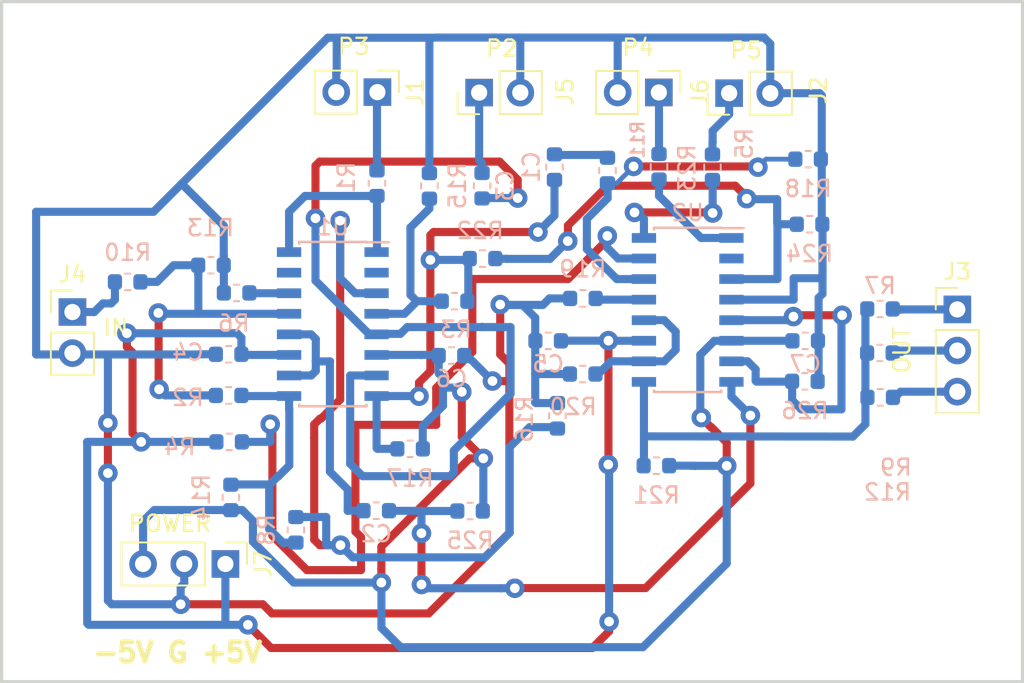
<source format=kicad_pcb>
(kicad_pcb (version 20171130) (host pcbnew 5.0.2-bee76a0~70~ubuntu16.04.1)

  (general
    (thickness 1.6)
    (drawings 5)
    (tracks 460)
    (zones 0)
    (modules 42)
    (nets 35)
  )

  (page A4)
  (layers
    (0 F.Cu signal)
    (31 B.Cu signal)
    (32 B.Adhes user hide)
    (33 F.Adhes user hide)
    (34 B.Paste user hide)
    (35 F.Paste user hide)
    (36 B.SilkS user)
    (37 F.SilkS user)
    (38 B.Mask user hide)
    (39 F.Mask user hide)
    (40 Dwgs.User user hide)
    (41 Cmts.User user hide)
    (42 Eco1.User user hide)
    (43 Eco2.User user hide)
    (44 Edge.Cuts user)
    (45 Margin user hide)
    (46 B.CrtYd user)
    (47 F.CrtYd user)
    (48 B.Fab user hide)
    (49 F.Fab user)
  )

  (setup
    (last_trace_width 0.5)
    (trace_clearance 0.2)
    (zone_clearance 0.508)
    (zone_45_only no)
    (trace_min 0.2)
    (segment_width 0.2)
    (edge_width 0.1)
    (via_size 1.2)
    (via_drill 0.6)
    (via_min_size 0.4)
    (via_min_drill 0.3)
    (uvia_size 0.3)
    (uvia_drill 0.1)
    (uvias_allowed no)
    (uvia_min_size 0.2)
    (uvia_min_drill 0.1)
    (pcb_text_width 0.3)
    (pcb_text_size 1.5 1.5)
    (mod_edge_width 0.15)
    (mod_text_size 1 1)
    (mod_text_width 0.15)
    (pad_size 1.5 1.5)
    (pad_drill 0.6)
    (pad_to_mask_clearance 0)
    (solder_mask_min_width 0.5)
    (aux_axis_origin 0 0)
    (visible_elements 7FFFFFFF)
    (pcbplotparams
      (layerselection 0x010f0_ffffffff)
      (usegerberextensions false)
      (usegerberattributes false)
      (usegerberadvancedattributes false)
      (creategerberjobfile false)
      (excludeedgelayer false)
      (linewidth 0.100000)
      (plotframeref false)
      (viasonmask true)
      (mode 1)
      (useauxorigin false)
      (hpglpennumber 1)
      (hpglpenspeed 20)
      (hpglpendiameter 15.000000)
      (psnegative false)
      (psa4output false)
      (plotreference false)
      (plotvalue false)
      (plotinvisibletext false)
      (padsonsilk false)
      (subtractmaskfromsilk false)
      (outputformat 1)
      (mirror false)
      (drillshape 0)
      (scaleselection 1)
      (outputdirectory "gerber/"))
  )

  (net 0 "")
  (net 1 "Net-(C1-Pad1)")
  (net 2 "Net-(C1-Pad2)")
  (net 3 "Net-(C2-Pad1)")
  (net 4 "Net-(C2-Pad2)")
  (net 5 "Net-(C3-Pad2)")
  (net 6 "Net-(C3-Pad1)")
  (net 7 GND)
  (net 8 +5V)
  (net 9 -5V)
  (net 10 "Net-(J1-Pad1)")
  (net 11 "Net-(J2-Pad1)")
  (net 12 "Net-(J3-Pad3)")
  (net 13 "Net-(J3-Pad2)")
  (net 14 "Net-(J3-Pad1)")
  (net 15 "Net-(J4-Pad1)")
  (net 16 "Net-(J6-Pad1)")
  (net 17 "Net-(R1-Pad1)")
  (net 18 "Net-(R14-Pad1)")
  (net 19 "Net-(R10-Pad1)")
  (net 20 "Net-(R15-Pad1)")
  (net 21 "Net-(R4-Pad2)")
  (net 22 "Net-(R5-Pad2)")
  (net 23 "Net-(R6-Pad1)")
  (net 24 "Net-(R12-Pad2)")
  (net 25 "Net-(R16-Pad1)")
  (net 26 "Net-(R11-Pad1)")
  (net 27 "Net-(R19-Pad1)")
  (net 28 "Net-(R20-Pad1)")
  (net 29 "Net-(R22-Pad2)")
  (net 30 "Net-(R23-Pad1)")
  (net 31 "Net-(R26-Pad1)")
  (net 32 "Net-(U1-Pad15)")
  (net 33 "Net-(U1-Pad2)")
  (net 34 "Net-(U2-Pad2)")

  (net_class Default "Это класс цепей по умолчанию."
    (clearance 0.2)
    (trace_width 0.5)
    (via_dia 1.2)
    (via_drill 0.6)
    (uvia_dia 0.3)
    (uvia_drill 0.1)
    (add_net "Net-(C1-Pad1)")
    (add_net "Net-(C1-Pad2)")
    (add_net "Net-(C2-Pad1)")
    (add_net "Net-(C2-Pad2)")
    (add_net "Net-(C3-Pad1)")
    (add_net "Net-(C3-Pad2)")
    (add_net "Net-(J1-Pad1)")
    (add_net "Net-(J2-Pad1)")
    (add_net "Net-(J3-Pad1)")
    (add_net "Net-(J3-Pad2)")
    (add_net "Net-(J3-Pad3)")
    (add_net "Net-(J4-Pad1)")
    (add_net "Net-(J6-Pad1)")
    (add_net "Net-(R1-Pad1)")
    (add_net "Net-(R10-Pad1)")
    (add_net "Net-(R11-Pad1)")
    (add_net "Net-(R12-Pad2)")
    (add_net "Net-(R14-Pad1)")
    (add_net "Net-(R15-Pad1)")
    (add_net "Net-(R16-Pad1)")
    (add_net "Net-(R19-Pad1)")
    (add_net "Net-(R20-Pad1)")
    (add_net "Net-(R22-Pad2)")
    (add_net "Net-(R23-Pad1)")
    (add_net "Net-(R26-Pad1)")
    (add_net "Net-(R4-Pad2)")
    (add_net "Net-(R5-Pad2)")
    (add_net "Net-(R6-Pad1)")
    (add_net "Net-(U1-Pad15)")
    (add_net "Net-(U1-Pad2)")
    (add_net "Net-(U2-Pad2)")
  )

  (net_class power ""
    (clearance 0.2)
    (trace_width 0.5)
    (via_dia 1.2)
    (via_drill 0.6)
    (uvia_dia 0.3)
    (uvia_drill 0.1)
    (add_net +5V)
    (add_net -5V)
    (add_net GND)
  )

  (module footprint:r0603 (layer B.Cu) (tedit 5B301BBD) (tstamp 5CA4DFEE)
    (at 27.78 37.31 180)
    (descr "Resistor SMD 0603 (1608 Metric), square (rectangular) end terminal, IPC_7351 nominal, (Body size source: http://www.tortai-tech.com/upload/download/2011102023233369053.pdf), generated with kicad-footprint-generator")
    (tags resistor)
    (path /5CA46522)
    (attr smd)
    (fp_text reference R10 (at 0 1.82 180) (layer B.SilkS)
      (effects (font (size 1 1) (thickness 0.15)) (justify mirror))
    )
    (fp_text value 10K (at 0 -1.82 180) (layer B.Fab)
      (effects (font (size 1 1) (thickness 0.15)) (justify mirror))
    )
    (fp_text user %R (at 0 0 180) (layer B.Fab)
      (effects (font (size 0.4 0.4) (thickness 0.06)) (justify mirror))
    )
    (fp_line (start 1.48 -0.73) (end -1.48 -0.73) (layer B.CrtYd) (width 0.05))
    (fp_line (start 1.48 0.73) (end 1.48 -0.73) (layer B.CrtYd) (width 0.05))
    (fp_line (start -1.48 0.73) (end 1.48 0.73) (layer B.CrtYd) (width 0.05))
    (fp_line (start -1.48 -0.73) (end -1.48 0.73) (layer B.CrtYd) (width 0.05))
    (fp_line (start -0.162779 -0.51) (end 0.162779 -0.51) (layer B.SilkS) (width 0.12))
    (fp_line (start -0.162779 0.51) (end 0.162779 0.51) (layer B.SilkS) (width 0.12))
    (fp_line (start 0.8 -0.4) (end -0.8 -0.4) (layer B.Fab) (width 0.1))
    (fp_line (start 0.8 0.4) (end 0.8 -0.4) (layer B.Fab) (width 0.1))
    (fp_line (start -0.8 0.4) (end 0.8 0.4) (layer B.Fab) (width 0.1))
    (fp_line (start -0.8 -0.4) (end -0.8 0.4) (layer B.Fab) (width 0.1))
    (pad 2 smd roundrect (at 0.7875 0 180) (size 0.875 0.95) (layers B.Cu B.Paste B.Mask) (roundrect_rratio 0.25)
      (net 15 "Net-(J4-Pad1)"))
    (pad 1 smd roundrect (at -0.7875 0 180) (size 0.875 0.95) (layers B.Cu B.Paste B.Mask) (roundrect_rratio 0.25)
      (net 19 "Net-(R10-Pad1)"))
    (model ${KIPRJMOD}/../library/footprint/3D/R_0603_1608Metric.step
      (at (xyz 0 0 0))
      (scale (xyz 1 1 1))
      (rotate (xyz 0 0 0))
    )
  )

  (module footprint:r0603 (layer B.Cu) (tedit 5B301BBD) (tstamp 5CA4E021)
    (at 32.92 36.28)
    (descr "Resistor SMD 0603 (1608 Metric), square (rectangular) end terminal, IPC_7351 nominal, (Body size source: http://www.tortai-tech.com/upload/download/2011102023233369053.pdf), generated with kicad-footprint-generator")
    (tags resistor)
    (path /5CA464B7)
    (attr smd)
    (fp_text reference R13 (at -0.033 -2.308) (layer B.SilkS)
      (effects (font (size 1 1) (thickness 0.15)) (justify mirror))
    )
    (fp_text value 220R (at 0 -1.82) (layer B.Fab)
      (effects (font (size 1 1) (thickness 0.15)) (justify mirror))
    )
    (fp_text user %R (at 0 0) (layer B.Fab)
      (effects (font (size 0.4 0.4) (thickness 0.06)) (justify mirror))
    )
    (fp_line (start 1.48 -0.73) (end -1.48 -0.73) (layer B.CrtYd) (width 0.05))
    (fp_line (start 1.48 0.73) (end 1.48 -0.73) (layer B.CrtYd) (width 0.05))
    (fp_line (start -1.48 0.73) (end 1.48 0.73) (layer B.CrtYd) (width 0.05))
    (fp_line (start -1.48 -0.73) (end -1.48 0.73) (layer B.CrtYd) (width 0.05))
    (fp_line (start -0.162779 -0.51) (end 0.162779 -0.51) (layer B.SilkS) (width 0.12))
    (fp_line (start -0.162779 0.51) (end 0.162779 0.51) (layer B.SilkS) (width 0.12))
    (fp_line (start 0.8 -0.4) (end -0.8 -0.4) (layer B.Fab) (width 0.1))
    (fp_line (start 0.8 0.4) (end 0.8 -0.4) (layer B.Fab) (width 0.1))
    (fp_line (start -0.8 0.4) (end 0.8 0.4) (layer B.Fab) (width 0.1))
    (fp_line (start -0.8 -0.4) (end -0.8 0.4) (layer B.Fab) (width 0.1))
    (pad 2 smd roundrect (at 0.7875 0) (size 0.875 0.95) (layers B.Cu B.Paste B.Mask) (roundrect_rratio 0.25)
      (net 7 GND))
    (pad 1 smd roundrect (at -0.7875 0) (size 0.875 0.95) (layers B.Cu B.Paste B.Mask) (roundrect_rratio 0.25)
      (net 19 "Net-(R10-Pad1)"))
    (model ${KIPRJMOD}/../library/footprint/3D/R_0603_1608Metric.step
      (at (xyz 0 0 0))
      (scale (xyz 1 1 1))
      (rotate (xyz 0 0 0))
    )
  )

  (module footprint:r0603 (layer B.Cu) (tedit 5B301BBD) (tstamp 5CA4DFAA)
    (at 34.5025 37.99 180)
    (descr "Resistor SMD 0603 (1608 Metric), square (rectangular) end terminal, IPC_7351 nominal, (Body size source: http://www.tortai-tech.com/upload/download/2011102023233369053.pdf), generated with kicad-footprint-generator")
    (tags resistor)
    (path /5CA46419)
    (attr smd)
    (fp_text reference R6 (at 0.179 -1.877 180) (layer B.SilkS)
      (effects (font (size 1 1) (thickness 0.15)) (justify mirror))
    )
    (fp_text value 220R (at 0 -1.82 180) (layer B.Fab)
      (effects (font (size 1 1) (thickness 0.15)) (justify mirror))
    )
    (fp_text user %R (at 0 0 180) (layer B.Fab)
      (effects (font (size 0.4 0.4) (thickness 0.06)) (justify mirror))
    )
    (fp_line (start 1.48 -0.73) (end -1.48 -0.73) (layer B.CrtYd) (width 0.05))
    (fp_line (start 1.48 0.73) (end 1.48 -0.73) (layer B.CrtYd) (width 0.05))
    (fp_line (start -1.48 0.73) (end 1.48 0.73) (layer B.CrtYd) (width 0.05))
    (fp_line (start -1.48 -0.73) (end -1.48 0.73) (layer B.CrtYd) (width 0.05))
    (fp_line (start -0.162779 -0.51) (end 0.162779 -0.51) (layer B.SilkS) (width 0.12))
    (fp_line (start -0.162779 0.51) (end 0.162779 0.51) (layer B.SilkS) (width 0.12))
    (fp_line (start 0.8 -0.4) (end -0.8 -0.4) (layer B.Fab) (width 0.1))
    (fp_line (start 0.8 0.4) (end 0.8 -0.4) (layer B.Fab) (width 0.1))
    (fp_line (start -0.8 0.4) (end 0.8 0.4) (layer B.Fab) (width 0.1))
    (fp_line (start -0.8 -0.4) (end -0.8 0.4) (layer B.Fab) (width 0.1))
    (pad 2 smd roundrect (at 0.7875 0 180) (size 0.875 0.95) (layers B.Cu B.Paste B.Mask) (roundrect_rratio 0.25)
      (net 7 GND))
    (pad 1 smd roundrect (at -0.7875 0 180) (size 0.875 0.95) (layers B.Cu B.Paste B.Mask) (roundrect_rratio 0.25)
      (net 23 "Net-(R6-Pad1)"))
    (model ${KIPRJMOD}/../library/footprint/3D/R_0603_1608Metric.step
      (at (xyz 0 0 0))
      (scale (xyz 1 1 1))
      (rotate (xyz 0 0 0))
    )
  )

  (module footprint:c0603 (layer B.Cu) (tedit 5B301BBE) (tstamp 5CA4DE75)
    (at 34.01 41.78)
    (descr "Capacitor SMD 0603 (1608 Metric), square (rectangular) end terminal, IPC_7351 nominal, (Body size source: http://www.tortai-tech.com/upload/download/2011102023233369053.pdf), generated with kicad-footprint-generator")
    (tags capacitor)
    (path /5CABB500)
    (attr smd)
    (fp_text reference C4 (at -2.514 -0.124) (layer B.SilkS)
      (effects (font (size 1 1) (thickness 0.15)) (justify mirror))
    )
    (fp_text value 0.1uF (at 0 -1.43) (layer B.Fab)
      (effects (font (size 1 1) (thickness 0.15)) (justify mirror))
    )
    (fp_text user %R (at 0 0) (layer B.Fab)
      (effects (font (size 0.4 0.4) (thickness 0.06)) (justify mirror))
    )
    (fp_line (start 1.48 -0.73) (end -1.48 -0.73) (layer B.CrtYd) (width 0.05))
    (fp_line (start 1.48 0.73) (end 1.48 -0.73) (layer B.CrtYd) (width 0.05))
    (fp_line (start -1.48 0.73) (end 1.48 0.73) (layer B.CrtYd) (width 0.05))
    (fp_line (start -1.48 -0.73) (end -1.48 0.73) (layer B.CrtYd) (width 0.05))
    (fp_line (start -0.162779 -0.51) (end 0.162779 -0.51) (layer B.SilkS) (width 0.12))
    (fp_line (start -0.162779 0.51) (end 0.162779 0.51) (layer B.SilkS) (width 0.12))
    (fp_line (start 0.8 -0.4) (end -0.8 -0.4) (layer B.Fab) (width 0.1))
    (fp_line (start 0.8 0.4) (end 0.8 -0.4) (layer B.Fab) (width 0.1))
    (fp_line (start -0.8 0.4) (end 0.8 0.4) (layer B.Fab) (width 0.1))
    (fp_line (start -0.8 -0.4) (end -0.8 0.4) (layer B.Fab) (width 0.1))
    (pad 2 smd roundrect (at 0.7875 0) (size 0.875 0.95) (layers B.Cu B.Paste B.Mask) (roundrect_rratio 0.25)
      (net 8 +5V))
    (pad 1 smd roundrect (at -0.7875 0) (size 0.875 0.95) (layers B.Cu B.Paste B.Mask) (roundrect_rratio 0.25)
      (net 7 GND))
    (model ${KIPRJMOD}/../library/footprint/3D/C_0603_1608Metric.step
      (at (xyz 0 0 0))
      (scale (xyz 1 1 1))
      (rotate (xyz 0 0 0))
    )
  )

  (module footprint:r0603 (layer B.Cu) (tedit 5B301BBD) (tstamp 5CA4DF66)
    (at 34.01 44.32 180)
    (descr "Resistor SMD 0603 (1608 Metric), square (rectangular) end terminal, IPC_7351 nominal, (Body size source: http://www.tortai-tech.com/upload/download/2011102023233369053.pdf), generated with kicad-footprint-generator")
    (tags resistor)
    (path /5CA46574)
    (attr smd)
    (fp_text reference R2 (at 2.514 -0.13 180) (layer B.SilkS)
      (effects (font (size 1 1) (thickness 0.15)) (justify mirror))
    )
    (fp_text value 10K (at 0 -1.82 180) (layer B.Fab)
      (effects (font (size 1 1) (thickness 0.15)) (justify mirror))
    )
    (fp_text user %R (at 0 0 180) (layer B.Fab)
      (effects (font (size 0.4 0.4) (thickness 0.06)) (justify mirror))
    )
    (fp_line (start 1.48 -0.73) (end -1.48 -0.73) (layer B.CrtYd) (width 0.05))
    (fp_line (start 1.48 0.73) (end 1.48 -0.73) (layer B.CrtYd) (width 0.05))
    (fp_line (start -1.48 0.73) (end 1.48 0.73) (layer B.CrtYd) (width 0.05))
    (fp_line (start -1.48 -0.73) (end -1.48 0.73) (layer B.CrtYd) (width 0.05))
    (fp_line (start -0.162779 -0.51) (end 0.162779 -0.51) (layer B.SilkS) (width 0.12))
    (fp_line (start -0.162779 0.51) (end 0.162779 0.51) (layer B.SilkS) (width 0.12))
    (fp_line (start 0.8 -0.4) (end -0.8 -0.4) (layer B.Fab) (width 0.1))
    (fp_line (start 0.8 0.4) (end 0.8 -0.4) (layer B.Fab) (width 0.1))
    (fp_line (start -0.8 0.4) (end 0.8 0.4) (layer B.Fab) (width 0.1))
    (fp_line (start -0.8 -0.4) (end -0.8 0.4) (layer B.Fab) (width 0.1))
    (pad 2 smd roundrect (at 0.7875 0 180) (size 0.875 0.95) (layers B.Cu B.Paste B.Mask) (roundrect_rratio 0.25)
      (net 19 "Net-(R10-Pad1)"))
    (pad 1 smd roundrect (at -0.7875 0 180) (size 0.875 0.95) (layers B.Cu B.Paste B.Mask) (roundrect_rratio 0.25)
      (net 18 "Net-(R14-Pad1)"))
    (model ${KIPRJMOD}/../library/footprint/3D/R_0603_1608Metric.step
      (at (xyz 0 0 0))
      (scale (xyz 1 1 1))
      (rotate (xyz 0 0 0))
    )
  )

  (module footprint:r0603 (layer B.Cu) (tedit 5B301BBD) (tstamp 5CA4DF88)
    (at 34.0425 47.19)
    (descr "Resistor SMD 0603 (1608 Metric), square (rectangular) end terminal, IPC_7351 nominal, (Body size source: http://www.tortai-tech.com/upload/download/2011102023233369053.pdf), generated with kicad-footprint-generator")
    (tags resistor)
    (path /5CA4A0BC)
    (attr smd)
    (fp_text reference R4 (at -3.0545 0.308) (layer B.SilkS)
      (effects (font (size 1 1) (thickness 0.15)) (justify mirror))
    )
    (fp_text value 10K (at 0 -1.82) (layer B.Fab)
      (effects (font (size 1 1) (thickness 0.15)) (justify mirror))
    )
    (fp_text user %R (at 0 0) (layer B.Fab)
      (effects (font (size 0.4 0.4) (thickness 0.06)) (justify mirror))
    )
    (fp_line (start 1.48 -0.73) (end -1.48 -0.73) (layer B.CrtYd) (width 0.05))
    (fp_line (start 1.48 0.73) (end 1.48 -0.73) (layer B.CrtYd) (width 0.05))
    (fp_line (start -1.48 0.73) (end 1.48 0.73) (layer B.CrtYd) (width 0.05))
    (fp_line (start -1.48 -0.73) (end -1.48 0.73) (layer B.CrtYd) (width 0.05))
    (fp_line (start -0.162779 -0.51) (end 0.162779 -0.51) (layer B.SilkS) (width 0.12))
    (fp_line (start -0.162779 0.51) (end 0.162779 0.51) (layer B.SilkS) (width 0.12))
    (fp_line (start 0.8 -0.4) (end -0.8 -0.4) (layer B.Fab) (width 0.1))
    (fp_line (start 0.8 0.4) (end 0.8 -0.4) (layer B.Fab) (width 0.1))
    (fp_line (start -0.8 0.4) (end 0.8 0.4) (layer B.Fab) (width 0.1))
    (fp_line (start -0.8 -0.4) (end -0.8 0.4) (layer B.Fab) (width 0.1))
    (pad 2 smd roundrect (at 0.7875 0) (size 0.875 0.95) (layers B.Cu B.Paste B.Mask) (roundrect_rratio 0.25)
      (net 21 "Net-(R4-Pad2)"))
    (pad 1 smd roundrect (at -0.7875 0) (size 0.875 0.95) (layers B.Cu B.Paste B.Mask) (roundrect_rratio 0.25)
      (net 8 +5V))
    (model ${KIPRJMOD}/../library/footprint/3D/R_0603_1608Metric.step
      (at (xyz 0 0 0))
      (scale (xyz 1 1 1))
      (rotate (xyz 0 0 0))
    )
  )

  (module footprint:r0603 (layer B.Cu) (tedit 5B301BBD) (tstamp 5CA4E032)
    (at 34.15 50.62 270)
    (descr "Resistor SMD 0603 (1608 Metric), square (rectangular) end terminal, IPC_7351 nominal, (Body size source: http://www.tortai-tech.com/upload/download/2011102023233369053.pdf), generated with kicad-footprint-generator")
    (tags resistor)
    (path /5CA46F52)
    (attr smd)
    (fp_text reference R14 (at 0 1.82 270) (layer B.SilkS)
      (effects (font (size 1 1) (thickness 0.15)) (justify mirror))
    )
    (fp_text value 10K (at 0 -1.82 270) (layer B.Fab)
      (effects (font (size 1 1) (thickness 0.15)) (justify mirror))
    )
    (fp_text user %R (at 0 0 270) (layer B.Fab)
      (effects (font (size 0.4 0.4) (thickness 0.06)) (justify mirror))
    )
    (fp_line (start 1.48 -0.73) (end -1.48 -0.73) (layer B.CrtYd) (width 0.05))
    (fp_line (start 1.48 0.73) (end 1.48 -0.73) (layer B.CrtYd) (width 0.05))
    (fp_line (start -1.48 0.73) (end 1.48 0.73) (layer B.CrtYd) (width 0.05))
    (fp_line (start -1.48 -0.73) (end -1.48 0.73) (layer B.CrtYd) (width 0.05))
    (fp_line (start -0.162779 -0.51) (end 0.162779 -0.51) (layer B.SilkS) (width 0.12))
    (fp_line (start -0.162779 0.51) (end 0.162779 0.51) (layer B.SilkS) (width 0.12))
    (fp_line (start 0.8 -0.4) (end -0.8 -0.4) (layer B.Fab) (width 0.1))
    (fp_line (start 0.8 0.4) (end 0.8 -0.4) (layer B.Fab) (width 0.1))
    (fp_line (start -0.8 0.4) (end 0.8 0.4) (layer B.Fab) (width 0.1))
    (fp_line (start -0.8 -0.4) (end -0.8 0.4) (layer B.Fab) (width 0.1))
    (pad 2 smd roundrect (at 0.7875 0 270) (size 0.875 0.95) (layers B.Cu B.Paste B.Mask) (roundrect_rratio 0.25)
      (net 9 -5V))
    (pad 1 smd roundrect (at -0.7875 0 270) (size 0.875 0.95) (layers B.Cu B.Paste B.Mask) (roundrect_rratio 0.25)
      (net 18 "Net-(R14-Pad1)"))
    (model ${KIPRJMOD}/../library/footprint/3D/R_0603_1608Metric.step
      (at (xyz 0 0 0))
      (scale (xyz 1 1 1))
      (rotate (xyz 0 0 0))
    )
  )

  (module footprint:r0603 (layer B.Cu) (tedit 5B301BBD) (tstamp 5CA4DFCC)
    (at 38.16 52.6225 270)
    (descr "Resistor SMD 0603 (1608 Metric), square (rectangular) end terminal, IPC_7351 nominal, (Body size source: http://www.tortai-tech.com/upload/download/2011102023233369053.pdf), generated with kicad-footprint-generator")
    (tags resistor)
    (path /5CA46EFA)
    (attr smd)
    (fp_text reference R8 (at 0 1.82 270) (layer B.SilkS)
      (effects (font (size 1 1) (thickness 0.15)) (justify mirror))
    )
    (fp_text value 10K (at 0 -1.82 270) (layer B.Fab)
      (effects (font (size 1 1) (thickness 0.15)) (justify mirror))
    )
    (fp_text user %R (at 0 0 270) (layer B.Fab)
      (effects (font (size 0.4 0.4) (thickness 0.06)) (justify mirror))
    )
    (fp_line (start 1.48 -0.73) (end -1.48 -0.73) (layer B.CrtYd) (width 0.05))
    (fp_line (start 1.48 0.73) (end 1.48 -0.73) (layer B.CrtYd) (width 0.05))
    (fp_line (start -1.48 0.73) (end 1.48 0.73) (layer B.CrtYd) (width 0.05))
    (fp_line (start -1.48 -0.73) (end -1.48 0.73) (layer B.CrtYd) (width 0.05))
    (fp_line (start -0.162779 -0.51) (end 0.162779 -0.51) (layer B.SilkS) (width 0.12))
    (fp_line (start -0.162779 0.51) (end 0.162779 0.51) (layer B.SilkS) (width 0.12))
    (fp_line (start 0.8 -0.4) (end -0.8 -0.4) (layer B.Fab) (width 0.1))
    (fp_line (start 0.8 0.4) (end 0.8 -0.4) (layer B.Fab) (width 0.1))
    (fp_line (start -0.8 0.4) (end 0.8 0.4) (layer B.Fab) (width 0.1))
    (fp_line (start -0.8 -0.4) (end -0.8 0.4) (layer B.Fab) (width 0.1))
    (pad 2 smd roundrect (at 0.7875 0 270) (size 0.875 0.95) (layers B.Cu B.Paste B.Mask) (roundrect_rratio 0.25)
      (net 18 "Net-(R14-Pad1)"))
    (pad 1 smd roundrect (at -0.7875 0 270) (size 0.875 0.95) (layers B.Cu B.Paste B.Mask) (roundrect_rratio 0.25)
      (net 25 "Net-(R16-Pad1)"))
    (model ${KIPRJMOD}/../library/footprint/3D/R_0603_1608Metric.step
      (at (xyz 0 0 0))
      (scale (xyz 1 1 1))
      (rotate (xyz 0 0 0))
    )
  )

  (module footprint:r0603 (layer B.Cu) (tedit 5B301BBD) (tstamp 5CA4E065)
    (at 45.21 47.62)
    (descr "Resistor SMD 0603 (1608 Metric), square (rectangular) end terminal, IPC_7351 nominal, (Body size source: http://www.tortai-tech.com/upload/download/2011102023233369053.pdf), generated with kicad-footprint-generator")
    (tags resistor)
    (path /5CA5BAB5)
    (attr smd)
    (fp_text reference R17 (at 0 1.82) (layer B.SilkS)
      (effects (font (size 1 1) (thickness 0.15)) (justify mirror))
    )
    (fp_text value 1OK (at 0 -1.82) (layer B.Fab)
      (effects (font (size 1 1) (thickness 0.15)) (justify mirror))
    )
    (fp_text user %R (at 0 0) (layer B.Fab)
      (effects (font (size 0.4 0.4) (thickness 0.06)) (justify mirror))
    )
    (fp_line (start 1.48 -0.73) (end -1.48 -0.73) (layer B.CrtYd) (width 0.05))
    (fp_line (start 1.48 0.73) (end 1.48 -0.73) (layer B.CrtYd) (width 0.05))
    (fp_line (start -1.48 0.73) (end 1.48 0.73) (layer B.CrtYd) (width 0.05))
    (fp_line (start -1.48 -0.73) (end -1.48 0.73) (layer B.CrtYd) (width 0.05))
    (fp_line (start -0.162779 -0.51) (end 0.162779 -0.51) (layer B.SilkS) (width 0.12))
    (fp_line (start -0.162779 0.51) (end 0.162779 0.51) (layer B.SilkS) (width 0.12))
    (fp_line (start 0.8 -0.4) (end -0.8 -0.4) (layer B.Fab) (width 0.1))
    (fp_line (start 0.8 0.4) (end 0.8 -0.4) (layer B.Fab) (width 0.1))
    (fp_line (start -0.8 0.4) (end 0.8 0.4) (layer B.Fab) (width 0.1))
    (fp_line (start -0.8 -0.4) (end -0.8 0.4) (layer B.Fab) (width 0.1))
    (pad 2 smd roundrect (at 0.7875 0) (size 0.875 0.95) (layers B.Cu B.Paste B.Mask) (roundrect_rratio 0.25)
      (net 9 -5V))
    (pad 1 smd roundrect (at -0.7875 0) (size 0.875 0.95) (layers B.Cu B.Paste B.Mask) (roundrect_rratio 0.25)
      (net 2 "Net-(C1-Pad2)"))
    (model ${KIPRJMOD}/../library/footprint/3D/R_0603_1608Metric.step
      (at (xyz 0 0 0))
      (scale (xyz 1 1 1))
      (rotate (xyz 0 0 0))
    )
  )

  (module footprint:c0603 (layer B.Cu) (tedit 5B301BBE) (tstamp 5CA4DE53)
    (at 43.12 51.44)
    (descr "Capacitor SMD 0603 (1608 Metric), square (rectangular) end terminal, IPC_7351 nominal, (Body size source: http://www.tortai-tech.com/upload/download/2011102023233369053.pdf), generated with kicad-footprint-generator")
    (tags capacitor)
    (path /5CA4C524)
    (attr smd)
    (fp_text reference C2 (at 0 1.43) (layer B.SilkS)
      (effects (font (size 1 1) (thickness 0.15)) (justify mirror))
    )
    (fp_text value "2000 pF" (at 0 -1.43) (layer B.Fab)
      (effects (font (size 1 1) (thickness 0.15)) (justify mirror))
    )
    (fp_text user %R (at 0 0) (layer B.Fab)
      (effects (font (size 0.4 0.4) (thickness 0.06)) (justify mirror))
    )
    (fp_line (start 1.48 -0.73) (end -1.48 -0.73) (layer B.CrtYd) (width 0.05))
    (fp_line (start 1.48 0.73) (end 1.48 -0.73) (layer B.CrtYd) (width 0.05))
    (fp_line (start -1.48 0.73) (end 1.48 0.73) (layer B.CrtYd) (width 0.05))
    (fp_line (start -1.48 -0.73) (end -1.48 0.73) (layer B.CrtYd) (width 0.05))
    (fp_line (start -0.162779 -0.51) (end 0.162779 -0.51) (layer B.SilkS) (width 0.12))
    (fp_line (start -0.162779 0.51) (end 0.162779 0.51) (layer B.SilkS) (width 0.12))
    (fp_line (start 0.8 -0.4) (end -0.8 -0.4) (layer B.Fab) (width 0.1))
    (fp_line (start 0.8 0.4) (end 0.8 -0.4) (layer B.Fab) (width 0.1))
    (fp_line (start -0.8 0.4) (end 0.8 0.4) (layer B.Fab) (width 0.1))
    (fp_line (start -0.8 -0.4) (end -0.8 0.4) (layer B.Fab) (width 0.1))
    (pad 2 smd roundrect (at 0.7875 0) (size 0.875 0.95) (layers B.Cu B.Paste B.Mask) (roundrect_rratio 0.25)
      (net 4 "Net-(C2-Pad2)"))
    (pad 1 smd roundrect (at -0.7875 0) (size 0.875 0.95) (layers B.Cu B.Paste B.Mask) (roundrect_rratio 0.25)
      (net 3 "Net-(C2-Pad1)"))
    (model ${KIPRJMOD}/../library/footprint/3D/C_0603_1608Metric.step
      (at (xyz 0 0 0))
      (scale (xyz 1 1 1))
      (rotate (xyz 0 0 0))
    )
  )

  (module footprint:r0603 (layer B.Cu) (tedit 5B301BBD) (tstamp 5CA4E0ED)
    (at 48.91 51.46)
    (descr "Resistor SMD 0603 (1608 Metric), square (rectangular) end terminal, IPC_7351 nominal, (Body size source: http://www.tortai-tech.com/upload/download/2011102023233369053.pdf), generated with kicad-footprint-generator")
    (tags resistor)
    (path /5CA57C67)
    (attr smd)
    (fp_text reference R25 (at 0 1.82) (layer B.SilkS)
      (effects (font (size 1 1) (thickness 0.15)) (justify mirror))
    )
    (fp_text value 10K (at 0 -1.82) (layer B.Fab)
      (effects (font (size 1 1) (thickness 0.15)) (justify mirror))
    )
    (fp_text user %R (at 0 0) (layer B.Fab)
      (effects (font (size 0.4 0.4) (thickness 0.06)) (justify mirror))
    )
    (fp_line (start 1.48 -0.73) (end -1.48 -0.73) (layer B.CrtYd) (width 0.05))
    (fp_line (start 1.48 0.73) (end 1.48 -0.73) (layer B.CrtYd) (width 0.05))
    (fp_line (start -1.48 0.73) (end 1.48 0.73) (layer B.CrtYd) (width 0.05))
    (fp_line (start -1.48 -0.73) (end -1.48 0.73) (layer B.CrtYd) (width 0.05))
    (fp_line (start -0.162779 -0.51) (end 0.162779 -0.51) (layer B.SilkS) (width 0.12))
    (fp_line (start -0.162779 0.51) (end 0.162779 0.51) (layer B.SilkS) (width 0.12))
    (fp_line (start 0.8 -0.4) (end -0.8 -0.4) (layer B.Fab) (width 0.1))
    (fp_line (start 0.8 0.4) (end 0.8 -0.4) (layer B.Fab) (width 0.1))
    (fp_line (start -0.8 0.4) (end 0.8 0.4) (layer B.Fab) (width 0.1))
    (fp_line (start -0.8 -0.4) (end -0.8 0.4) (layer B.Fab) (width 0.1))
    (pad 2 smd roundrect (at 0.7875 0) (size 0.875 0.95) (layers B.Cu B.Paste B.Mask) (roundrect_rratio 0.25)
      (net 9 -5V))
    (pad 1 smd roundrect (at -0.7875 0) (size 0.875 0.95) (layers B.Cu B.Paste B.Mask) (roundrect_rratio 0.25)
      (net 4 "Net-(C2-Pad2)"))
    (model ${KIPRJMOD}/../library/footprint/3D/R_0603_1608Metric.step
      (at (xyz 0 0 0))
      (scale (xyz 1 1 1))
      (rotate (xyz 0 0 0))
    )
  )

  (module footprint:r0603 (layer B.Cu) (tedit 5B301BBD) (tstamp 5CA4E0A9)
    (at 60.41 48.66)
    (descr "Resistor SMD 0603 (1608 Metric), square (rectangular) end terminal, IPC_7351 nominal, (Body size source: http://www.tortai-tech.com/upload/download/2011102023233369053.pdf), generated with kicad-footprint-generator")
    (tags resistor)
    (path /5CA6262D)
    (attr smd)
    (fp_text reference R21 (at 0 1.82) (layer B.SilkS)
      (effects (font (size 1 1) (thickness 0.15)) (justify mirror))
    )
    (fp_text value 10K (at 0 -1.82) (layer B.Fab)
      (effects (font (size 1 1) (thickness 0.15)) (justify mirror))
    )
    (fp_text user %R (at 0 0) (layer B.Fab)
      (effects (font (size 0.4 0.4) (thickness 0.06)) (justify mirror))
    )
    (fp_line (start 1.48 -0.73) (end -1.48 -0.73) (layer B.CrtYd) (width 0.05))
    (fp_line (start 1.48 0.73) (end 1.48 -0.73) (layer B.CrtYd) (width 0.05))
    (fp_line (start -1.48 0.73) (end 1.48 0.73) (layer B.CrtYd) (width 0.05))
    (fp_line (start -1.48 -0.73) (end -1.48 0.73) (layer B.CrtYd) (width 0.05))
    (fp_line (start -0.162779 -0.51) (end 0.162779 -0.51) (layer B.SilkS) (width 0.12))
    (fp_line (start -0.162779 0.51) (end 0.162779 0.51) (layer B.SilkS) (width 0.12))
    (fp_line (start 0.8 -0.4) (end -0.8 -0.4) (layer B.Fab) (width 0.1))
    (fp_line (start 0.8 0.4) (end 0.8 -0.4) (layer B.Fab) (width 0.1))
    (fp_line (start -0.8 0.4) (end 0.8 0.4) (layer B.Fab) (width 0.1))
    (fp_line (start -0.8 -0.4) (end -0.8 0.4) (layer B.Fab) (width 0.1))
    (pad 2 smd roundrect (at 0.7875 0) (size 0.875 0.95) (layers B.Cu B.Paste B.Mask) (roundrect_rratio 0.25)
      (net 9 -5V))
    (pad 1 smd roundrect (at -0.7875 0) (size 0.875 0.95) (layers B.Cu B.Paste B.Mask) (roundrect_rratio 0.25)
      (net 24 "Net-(R12-Pad2)"))
    (model ${KIPRJMOD}/../library/footprint/3D/R_0603_1608Metric.step
      (at (xyz 0 0 0))
      (scale (xyz 1 1 1))
      (rotate (xyz 0 0 0))
    )
  )

  (module footprint:r0603 (layer B.Cu) (tedit 5B301BBD) (tstamp 5CA51560)
    (at 55.86 43 180)
    (descr "Resistor SMD 0603 (1608 Metric), square (rectangular) end terminal, IPC_7351 nominal, (Body size source: http://www.tortai-tech.com/upload/download/2011102023233369053.pdf), generated with kicad-footprint-generator")
    (tags resistor)
    (path /5CA4B685)
    (attr smd)
    (fp_text reference R20 (at 0.586 -2.015 180) (layer B.SilkS)
      (effects (font (size 1 1) (thickness 0.15)) (justify mirror))
    )
    (fp_text value 10K (at 0 -1.82 180) (layer B.Fab)
      (effects (font (size 1 1) (thickness 0.15)) (justify mirror))
    )
    (fp_text user %R (at 0 0 180) (layer B.Fab)
      (effects (font (size 0.4 0.4) (thickness 0.06)) (justify mirror))
    )
    (fp_line (start 1.48 -0.73) (end -1.48 -0.73) (layer B.CrtYd) (width 0.05))
    (fp_line (start 1.48 0.73) (end 1.48 -0.73) (layer B.CrtYd) (width 0.05))
    (fp_line (start -1.48 0.73) (end 1.48 0.73) (layer B.CrtYd) (width 0.05))
    (fp_line (start -1.48 -0.73) (end -1.48 0.73) (layer B.CrtYd) (width 0.05))
    (fp_line (start -0.162779 -0.51) (end 0.162779 -0.51) (layer B.SilkS) (width 0.12))
    (fp_line (start -0.162779 0.51) (end 0.162779 0.51) (layer B.SilkS) (width 0.12))
    (fp_line (start 0.8 -0.4) (end -0.8 -0.4) (layer B.Fab) (width 0.1))
    (fp_line (start 0.8 0.4) (end 0.8 -0.4) (layer B.Fab) (width 0.1))
    (fp_line (start -0.8 0.4) (end 0.8 0.4) (layer B.Fab) (width 0.1))
    (fp_line (start -0.8 -0.4) (end -0.8 0.4) (layer B.Fab) (width 0.1))
    (pad 2 smd roundrect (at 0.7875 0 180) (size 0.875 0.95) (layers B.Cu B.Paste B.Mask) (roundrect_rratio 0.25)
      (net 7 GND))
    (pad 1 smd roundrect (at -0.7875 0 180) (size 0.875 0.95) (layers B.Cu B.Paste B.Mask) (roundrect_rratio 0.25)
      (net 28 "Net-(R20-Pad1)"))
    (model ${KIPRJMOD}/../library/footprint/3D/R_0603_1608Metric.step
      (at (xyz 0 0 0))
      (scale (xyz 1 1 1))
      (rotate (xyz 0 0 0))
    )
  )

  (module footprint:r0603 (layer B.Cu) (tedit 5B301BBD) (tstamp 5CA4E054)
    (at 54.3 45.58 90)
    (descr "Resistor SMD 0603 (1608 Metric), square (rectangular) end terminal, IPC_7351 nominal, (Body size source: http://www.tortai-tech.com/upload/download/2011102023233369053.pdf), generated with kicad-footprint-generator")
    (tags resistor)
    (path /5CA46FAD)
    (attr smd)
    (fp_text reference R16 (at -0.205 -2.039 90) (layer B.SilkS)
      (effects (font (size 1 1) (thickness 0.15)) (justify mirror))
    )
    (fp_text value 220R (at 0 -1.82 90) (layer B.Fab)
      (effects (font (size 1 1) (thickness 0.15)) (justify mirror))
    )
    (fp_text user %R (at 0 0 90) (layer B.Fab)
      (effects (font (size 0.4 0.4) (thickness 0.06)) (justify mirror))
    )
    (fp_line (start 1.48 -0.73) (end -1.48 -0.73) (layer B.CrtYd) (width 0.05))
    (fp_line (start 1.48 0.73) (end 1.48 -0.73) (layer B.CrtYd) (width 0.05))
    (fp_line (start -1.48 0.73) (end 1.48 0.73) (layer B.CrtYd) (width 0.05))
    (fp_line (start -1.48 -0.73) (end -1.48 0.73) (layer B.CrtYd) (width 0.05))
    (fp_line (start -0.162779 -0.51) (end 0.162779 -0.51) (layer B.SilkS) (width 0.12))
    (fp_line (start -0.162779 0.51) (end 0.162779 0.51) (layer B.SilkS) (width 0.12))
    (fp_line (start 0.8 -0.4) (end -0.8 -0.4) (layer B.Fab) (width 0.1))
    (fp_line (start 0.8 0.4) (end 0.8 -0.4) (layer B.Fab) (width 0.1))
    (fp_line (start -0.8 0.4) (end 0.8 0.4) (layer B.Fab) (width 0.1))
    (fp_line (start -0.8 -0.4) (end -0.8 0.4) (layer B.Fab) (width 0.1))
    (pad 2 smd roundrect (at 0.7875 0 90) (size 0.875 0.95) (layers B.Cu B.Paste B.Mask) (roundrect_rratio 0.25)
      (net 7 GND))
    (pad 1 smd roundrect (at -0.7875 0 90) (size 0.875 0.95) (layers B.Cu B.Paste B.Mask) (roundrect_rratio 0.25)
      (net 25 "Net-(R16-Pad1)"))
    (model ${KIPRJMOD}/../library/footprint/3D/R_0603_1608Metric.step
      (at (xyz 0 0 0))
      (scale (xyz 1 1 1))
      (rotate (xyz 0 0 0))
    )
  )

  (module footprint:c0603 (layer B.Cu) (tedit 5B301BBE) (tstamp 5CA4DE86)
    (at 53.73 40.95)
    (descr "Capacitor SMD 0603 (1608 Metric), square (rectangular) end terminal, IPC_7351 nominal, (Body size source: http://www.tortai-tech.com/upload/download/2011102023233369053.pdf), generated with kicad-footprint-generator")
    (tags capacitor)
    (path /5CABB447)
    (attr smd)
    (fp_text reference C5 (at 0 1.43) (layer B.SilkS)
      (effects (font (size 1 1) (thickness 0.15)) (justify mirror))
    )
    (fp_text value 0.1uF (at 0 -1.43) (layer B.Fab)
      (effects (font (size 1 1) (thickness 0.15)) (justify mirror))
    )
    (fp_text user %R (at 0 0) (layer B.Fab)
      (effects (font (size 0.4 0.4) (thickness 0.06)) (justify mirror))
    )
    (fp_line (start 1.48 -0.73) (end -1.48 -0.73) (layer B.CrtYd) (width 0.05))
    (fp_line (start 1.48 0.73) (end 1.48 -0.73) (layer B.CrtYd) (width 0.05))
    (fp_line (start -1.48 0.73) (end 1.48 0.73) (layer B.CrtYd) (width 0.05))
    (fp_line (start -1.48 -0.73) (end -1.48 0.73) (layer B.CrtYd) (width 0.05))
    (fp_line (start -0.162779 -0.51) (end 0.162779 -0.51) (layer B.SilkS) (width 0.12))
    (fp_line (start -0.162779 0.51) (end 0.162779 0.51) (layer B.SilkS) (width 0.12))
    (fp_line (start 0.8 -0.4) (end -0.8 -0.4) (layer B.Fab) (width 0.1))
    (fp_line (start 0.8 0.4) (end 0.8 -0.4) (layer B.Fab) (width 0.1))
    (fp_line (start -0.8 0.4) (end 0.8 0.4) (layer B.Fab) (width 0.1))
    (fp_line (start -0.8 -0.4) (end -0.8 0.4) (layer B.Fab) (width 0.1))
    (pad 2 smd roundrect (at 0.7875 0) (size 0.875 0.95) (layers B.Cu B.Paste B.Mask) (roundrect_rratio 0.25)
      (net 8 +5V))
    (pad 1 smd roundrect (at -0.7875 0) (size 0.875 0.95) (layers B.Cu B.Paste B.Mask) (roundrect_rratio 0.25)
      (net 7 GND))
    (model ${KIPRJMOD}/../library/footprint/3D/C_0603_1608Metric.step
      (at (xyz 0 0 0))
      (scale (xyz 1 1 1))
      (rotate (xyz 0 0 0))
    )
  )

  (module footprint:r0603 (layer B.Cu) (tedit 5B301BBD) (tstamp 5CA4E087)
    (at 55.8725 38.33 180)
    (descr "Resistor SMD 0603 (1608 Metric), square (rectangular) end terminal, IPC_7351 nominal, (Body size source: http://www.tortai-tech.com/upload/download/2011102023233369053.pdf), generated with kicad-footprint-generator")
    (tags resistor)
    (path /5CA4A156)
    (attr smd)
    (fp_text reference R19 (at 0 1.82 180) (layer B.SilkS)
      (effects (font (size 1 1) (thickness 0.15)) (justify mirror))
    )
    (fp_text value 220R (at 0 -1.82 180) (layer B.Fab)
      (effects (font (size 1 1) (thickness 0.15)) (justify mirror))
    )
    (fp_text user %R (at 0 0 180) (layer B.Fab)
      (effects (font (size 0.4 0.4) (thickness 0.06)) (justify mirror))
    )
    (fp_line (start 1.48 -0.73) (end -1.48 -0.73) (layer B.CrtYd) (width 0.05))
    (fp_line (start 1.48 0.73) (end 1.48 -0.73) (layer B.CrtYd) (width 0.05))
    (fp_line (start -1.48 0.73) (end 1.48 0.73) (layer B.CrtYd) (width 0.05))
    (fp_line (start -1.48 -0.73) (end -1.48 0.73) (layer B.CrtYd) (width 0.05))
    (fp_line (start -0.162779 -0.51) (end 0.162779 -0.51) (layer B.SilkS) (width 0.12))
    (fp_line (start -0.162779 0.51) (end 0.162779 0.51) (layer B.SilkS) (width 0.12))
    (fp_line (start 0.8 -0.4) (end -0.8 -0.4) (layer B.Fab) (width 0.1))
    (fp_line (start 0.8 0.4) (end 0.8 -0.4) (layer B.Fab) (width 0.1))
    (fp_line (start -0.8 0.4) (end 0.8 0.4) (layer B.Fab) (width 0.1))
    (fp_line (start -0.8 -0.4) (end -0.8 0.4) (layer B.Fab) (width 0.1))
    (pad 2 smd roundrect (at 0.7875 0 180) (size 0.875 0.95) (layers B.Cu B.Paste B.Mask) (roundrect_rratio 0.25)
      (net 7 GND))
    (pad 1 smd roundrect (at -0.7875 0 180) (size 0.875 0.95) (layers B.Cu B.Paste B.Mask) (roundrect_rratio 0.25)
      (net 27 "Net-(R19-Pad1)"))
    (model ${KIPRJMOD}/../library/footprint/3D/R_0603_1608Metric.step
      (at (xyz 0 0 0))
      (scale (xyz 1 1 1))
      (rotate (xyz 0 0 0))
    )
  )

  (module footprint:r0603 (layer B.Cu) (tedit 5B301BBD) (tstamp 5CA4DF77)
    (at 47.9525 38.5 180)
    (descr "Resistor SMD 0603 (1608 Metric), square (rectangular) end terminal, IPC_7351 nominal, (Body size source: http://www.tortai-tech.com/upload/download/2011102023233369053.pdf), generated with kicad-footprint-generator")
    (tags resistor)
    (path /5CA47872)
    (attr smd)
    (fp_text reference R3 (at -0.087 -1.749 180) (layer B.SilkS)
      (effects (font (size 1 1) (thickness 0.15)) (justify mirror))
    )
    (fp_text value 10K (at 0 -1.82 180) (layer B.Fab)
      (effects (font (size 1 1) (thickness 0.15)) (justify mirror))
    )
    (fp_text user %R (at 0 0 180) (layer B.Fab)
      (effects (font (size 0.4 0.4) (thickness 0.06)) (justify mirror))
    )
    (fp_line (start 1.48 -0.73) (end -1.48 -0.73) (layer B.CrtYd) (width 0.05))
    (fp_line (start 1.48 0.73) (end 1.48 -0.73) (layer B.CrtYd) (width 0.05))
    (fp_line (start -1.48 0.73) (end 1.48 0.73) (layer B.CrtYd) (width 0.05))
    (fp_line (start -1.48 -0.73) (end -1.48 0.73) (layer B.CrtYd) (width 0.05))
    (fp_line (start -0.162779 -0.51) (end 0.162779 -0.51) (layer B.SilkS) (width 0.12))
    (fp_line (start -0.162779 0.51) (end 0.162779 0.51) (layer B.SilkS) (width 0.12))
    (fp_line (start 0.8 -0.4) (end -0.8 -0.4) (layer B.Fab) (width 0.1))
    (fp_line (start 0.8 0.4) (end 0.8 -0.4) (layer B.Fab) (width 0.1))
    (fp_line (start -0.8 0.4) (end 0.8 0.4) (layer B.Fab) (width 0.1))
    (fp_line (start -0.8 -0.4) (end -0.8 0.4) (layer B.Fab) (width 0.1))
    (pad 2 smd roundrect (at 0.7875 0 180) (size 0.875 0.95) (layers B.Cu B.Paste B.Mask) (roundrect_rratio 0.25)
      (net 20 "Net-(R15-Pad1)"))
    (pad 1 smd roundrect (at -0.7875 0 180) (size 0.875 0.95) (layers B.Cu B.Paste B.Mask) (roundrect_rratio 0.25)
      (net 2 "Net-(C1-Pad2)"))
    (model ${KIPRJMOD}/../library/footprint/3D/R_0603_1608Metric.step
      (at (xyz 0 0 0))
      (scale (xyz 1 1 1))
      (rotate (xyz 0 0 0))
    )
  )

  (module footprint:c0603 (layer B.Cu) (tedit 5B301BBE) (tstamp 5CA4DE97)
    (at 47.7625 41.86)
    (descr "Capacitor SMD 0603 (1608 Metric), square (rectangular) end terminal, IPC_7351 nominal, (Body size source: http://www.tortai-tech.com/upload/download/2011102023233369053.pdf), generated with kicad-footprint-generator")
    (tags capacitor)
    (path /5CABB5BE)
    (attr smd)
    (fp_text reference C6 (at 0 1.43) (layer B.SilkS)
      (effects (font (size 1 1) (thickness 0.15)) (justify mirror))
    )
    (fp_text value 0.1uF (at 0 -1.43) (layer B.Fab)
      (effects (font (size 1 1) (thickness 0.15)) (justify mirror))
    )
    (fp_text user %R (at 0 0) (layer B.Fab)
      (effects (font (size 0.4 0.4) (thickness 0.06)) (justify mirror))
    )
    (fp_line (start 1.48 -0.73) (end -1.48 -0.73) (layer B.CrtYd) (width 0.05))
    (fp_line (start 1.48 0.73) (end 1.48 -0.73) (layer B.CrtYd) (width 0.05))
    (fp_line (start -1.48 0.73) (end 1.48 0.73) (layer B.CrtYd) (width 0.05))
    (fp_line (start -1.48 -0.73) (end -1.48 0.73) (layer B.CrtYd) (width 0.05))
    (fp_line (start -0.162779 -0.51) (end 0.162779 -0.51) (layer B.SilkS) (width 0.12))
    (fp_line (start -0.162779 0.51) (end 0.162779 0.51) (layer B.SilkS) (width 0.12))
    (fp_line (start 0.8 -0.4) (end -0.8 -0.4) (layer B.Fab) (width 0.1))
    (fp_line (start 0.8 0.4) (end 0.8 -0.4) (layer B.Fab) (width 0.1))
    (fp_line (start -0.8 0.4) (end 0.8 0.4) (layer B.Fab) (width 0.1))
    (fp_line (start -0.8 -0.4) (end -0.8 0.4) (layer B.Fab) (width 0.1))
    (pad 2 smd roundrect (at 0.7875 0) (size 0.875 0.95) (layers B.Cu B.Paste B.Mask) (roundrect_rratio 0.25)
      (net 7 GND))
    (pad 1 smd roundrect (at -0.7875 0) (size 0.875 0.95) (layers B.Cu B.Paste B.Mask) (roundrect_rratio 0.25)
      (net 9 -5V))
    (model ${KIPRJMOD}/../library/footprint/3D/C_0603_1608Metric.step
      (at (xyz 0 0 0))
      (scale (xyz 1 1 1))
      (rotate (xyz 0 0 0))
    )
  )

  (module footprint:r0603 (layer B.Cu) (tedit 5B301BBD) (tstamp 5CA4DF55)
    (at 43.165 31.215 90)
    (descr "Resistor SMD 0603 (1608 Metric), square (rectangular) end terminal, IPC_7351 nominal, (Body size source: http://www.tortai-tech.com/upload/download/2011102023233369053.pdf), generated with kicad-footprint-generator")
    (tags resistor)
    (path /5CA521B1)
    (attr smd)
    (fp_text reference R1 (at 0.354 -1.89 90) (layer B.SilkS)
      (effects (font (size 1 1) (thickness 0.15)) (justify mirror))
    )
    (fp_text value 10K (at 0 -1.82 90) (layer B.Fab)
      (effects (font (size 1 1) (thickness 0.15)) (justify mirror))
    )
    (fp_text user %R (at 0 0 90) (layer B.Fab)
      (effects (font (size 0.4 0.4) (thickness 0.06)) (justify mirror))
    )
    (fp_line (start 1.48 -0.73) (end -1.48 -0.73) (layer B.CrtYd) (width 0.05))
    (fp_line (start 1.48 0.73) (end 1.48 -0.73) (layer B.CrtYd) (width 0.05))
    (fp_line (start -1.48 0.73) (end 1.48 0.73) (layer B.CrtYd) (width 0.05))
    (fp_line (start -1.48 -0.73) (end -1.48 0.73) (layer B.CrtYd) (width 0.05))
    (fp_line (start -0.162779 -0.51) (end 0.162779 -0.51) (layer B.SilkS) (width 0.12))
    (fp_line (start -0.162779 0.51) (end 0.162779 0.51) (layer B.SilkS) (width 0.12))
    (fp_line (start 0.8 -0.4) (end -0.8 -0.4) (layer B.Fab) (width 0.1))
    (fp_line (start 0.8 0.4) (end 0.8 -0.4) (layer B.Fab) (width 0.1))
    (fp_line (start -0.8 0.4) (end 0.8 0.4) (layer B.Fab) (width 0.1))
    (fp_line (start -0.8 -0.4) (end -0.8 0.4) (layer B.Fab) (width 0.1))
    (pad 2 smd roundrect (at 0.7875 0 90) (size 0.875 0.95) (layers B.Cu B.Paste B.Mask) (roundrect_rratio 0.25)
      (net 10 "Net-(J1-Pad1)"))
    (pad 1 smd roundrect (at -0.7875 0 90) (size 0.875 0.95) (layers B.Cu B.Paste B.Mask) (roundrect_rratio 0.25)
      (net 17 "Net-(R1-Pad1)"))
    (model ${KIPRJMOD}/../library/footprint/3D/R_0603_1608Metric.step
      (at (xyz 0 0 0))
      (scale (xyz 1 1 1))
      (rotate (xyz 0 0 0))
    )
  )

  (module footprint:r0603 (layer B.Cu) (tedit 5B301BBD) (tstamp 5CA4E0BA)
    (at 49.68 35.87)
    (descr "Resistor SMD 0603 (1608 Metric), square (rectangular) end terminal, IPC_7351 nominal, (Body size source: http://www.tortai-tech.com/upload/download/2011102023233369053.pdf), generated with kicad-footprint-generator")
    (tags resistor)
    (path /5CA57DB0)
    (attr smd)
    (fp_text reference R22 (at -0.143 -1.727) (layer B.SilkS)
      (effects (font (size 1 1) (thickness 0.15)) (justify mirror))
    )
    (fp_text value 10K (at 0 -1.82) (layer B.Fab)
      (effects (font (size 1 1) (thickness 0.15)) (justify mirror))
    )
    (fp_text user %R (at 0 0) (layer B.Fab)
      (effects (font (size 0.4 0.4) (thickness 0.06)) (justify mirror))
    )
    (fp_line (start 1.48 -0.73) (end -1.48 -0.73) (layer B.CrtYd) (width 0.05))
    (fp_line (start 1.48 0.73) (end 1.48 -0.73) (layer B.CrtYd) (width 0.05))
    (fp_line (start -1.48 0.73) (end 1.48 0.73) (layer B.CrtYd) (width 0.05))
    (fp_line (start -1.48 -0.73) (end -1.48 0.73) (layer B.CrtYd) (width 0.05))
    (fp_line (start -0.162779 -0.51) (end 0.162779 -0.51) (layer B.SilkS) (width 0.12))
    (fp_line (start -0.162779 0.51) (end 0.162779 0.51) (layer B.SilkS) (width 0.12))
    (fp_line (start 0.8 -0.4) (end -0.8 -0.4) (layer B.Fab) (width 0.1))
    (fp_line (start 0.8 0.4) (end 0.8 -0.4) (layer B.Fab) (width 0.1))
    (fp_line (start -0.8 0.4) (end 0.8 0.4) (layer B.Fab) (width 0.1))
    (fp_line (start -0.8 -0.4) (end -0.8 0.4) (layer B.Fab) (width 0.1))
    (pad 2 smd roundrect (at 0.7875 0) (size 0.875 0.95) (layers B.Cu B.Paste B.Mask) (roundrect_rratio 0.25)
      (net 29 "Net-(R22-Pad2)"))
    (pad 1 smd roundrect (at -0.7875 0) (size 0.875 0.95) (layers B.Cu B.Paste B.Mask) (roundrect_rratio 0.25)
      (net 2 "Net-(C1-Pad2)"))
    (model ${KIPRJMOD}/../library/footprint/3D/R_0603_1608Metric.step
      (at (xyz 0 0 0))
      (scale (xyz 1 1 1))
      (rotate (xyz 0 0 0))
    )
  )

  (module footprint:r0603 (layer B.Cu) (tedit 5B301BBD) (tstamp 5CA4E043)
    (at 46.4 31.38 90)
    (descr "Resistor SMD 0603 (1608 Metric), square (rectangular) end terminal, IPC_7351 nominal, (Body size source: http://www.tortai-tech.com/upload/download/2011102023233369053.pdf), generated with kicad-footprint-generator")
    (tags resistor)
    (path /5CA4769D)
    (attr smd)
    (fp_text reference R15 (at 0.011 1.733 90) (layer B.SilkS)
      (effects (font (size 1 1) (thickness 0.15)) (justify mirror))
    )
    (fp_text value 220R (at 0 -1.82 90) (layer B.Fab)
      (effects (font (size 1 1) (thickness 0.15)) (justify mirror))
    )
    (fp_text user %R (at 0 0 90) (layer B.Fab)
      (effects (font (size 0.4 0.4) (thickness 0.06)) (justify mirror))
    )
    (fp_line (start 1.48 -0.73) (end -1.48 -0.73) (layer B.CrtYd) (width 0.05))
    (fp_line (start 1.48 0.73) (end 1.48 -0.73) (layer B.CrtYd) (width 0.05))
    (fp_line (start -1.48 0.73) (end 1.48 0.73) (layer B.CrtYd) (width 0.05))
    (fp_line (start -1.48 -0.73) (end -1.48 0.73) (layer B.CrtYd) (width 0.05))
    (fp_line (start -0.162779 -0.51) (end 0.162779 -0.51) (layer B.SilkS) (width 0.12))
    (fp_line (start -0.162779 0.51) (end 0.162779 0.51) (layer B.SilkS) (width 0.12))
    (fp_line (start 0.8 -0.4) (end -0.8 -0.4) (layer B.Fab) (width 0.1))
    (fp_line (start 0.8 0.4) (end 0.8 -0.4) (layer B.Fab) (width 0.1))
    (fp_line (start -0.8 0.4) (end 0.8 0.4) (layer B.Fab) (width 0.1))
    (fp_line (start -0.8 -0.4) (end -0.8 0.4) (layer B.Fab) (width 0.1))
    (pad 2 smd roundrect (at 0.7875 0 90) (size 0.875 0.95) (layers B.Cu B.Paste B.Mask) (roundrect_rratio 0.25)
      (net 7 GND))
    (pad 1 smd roundrect (at -0.7875 0 90) (size 0.875 0.95) (layers B.Cu B.Paste B.Mask) (roundrect_rratio 0.25)
      (net 20 "Net-(R15-Pad1)"))
    (model ${KIPRJMOD}/../library/footprint/3D/R_0603_1608Metric.step
      (at (xyz 0 0 0))
      (scale (xyz 1 1 1))
      (rotate (xyz 0 0 0))
    )
  )

  (module footprint:c0603 (layer B.Cu) (tedit 5B301BBE) (tstamp 5CA4DE64)
    (at 49.65 31.37 90)
    (descr "Capacitor SMD 0603 (1608 Metric), square (rectangular) end terminal, IPC_7351 nominal, (Body size source: http://www.tortai-tech.com/upload/download/2011102023233369053.pdf), generated with kicad-footprint-generator")
    (tags capacitor)
    (path /5CA500B3)
    (attr smd)
    (fp_text reference C3 (at 0 1.43 90) (layer B.SilkS)
      (effects (font (size 1 1) (thickness 0.15)) (justify mirror))
    )
    (fp_text value 2000pF (at 0 -1.43 90) (layer B.Fab)
      (effects (font (size 1 1) (thickness 0.15)) (justify mirror))
    )
    (fp_text user %R (at 0 0 90) (layer B.Fab)
      (effects (font (size 0.4 0.4) (thickness 0.06)) (justify mirror))
    )
    (fp_line (start 1.48 -0.73) (end -1.48 -0.73) (layer B.CrtYd) (width 0.05))
    (fp_line (start 1.48 0.73) (end 1.48 -0.73) (layer B.CrtYd) (width 0.05))
    (fp_line (start -1.48 0.73) (end 1.48 0.73) (layer B.CrtYd) (width 0.05))
    (fp_line (start -1.48 -0.73) (end -1.48 0.73) (layer B.CrtYd) (width 0.05))
    (fp_line (start -0.162779 -0.51) (end 0.162779 -0.51) (layer B.SilkS) (width 0.12))
    (fp_line (start -0.162779 0.51) (end 0.162779 0.51) (layer B.SilkS) (width 0.12))
    (fp_line (start 0.8 -0.4) (end -0.8 -0.4) (layer B.Fab) (width 0.1))
    (fp_line (start 0.8 0.4) (end 0.8 -0.4) (layer B.Fab) (width 0.1))
    (fp_line (start -0.8 0.4) (end 0.8 0.4) (layer B.Fab) (width 0.1))
    (fp_line (start -0.8 -0.4) (end -0.8 0.4) (layer B.Fab) (width 0.1))
    (pad 2 smd roundrect (at 0.7875 0 90) (size 0.875 0.95) (layers B.Cu B.Paste B.Mask) (roundrect_rratio 0.25)
      (net 5 "Net-(C3-Pad2)"))
    (pad 1 smd roundrect (at -0.7875 0 90) (size 0.875 0.95) (layers B.Cu B.Paste B.Mask) (roundrect_rratio 0.25)
      (net 6 "Net-(C3-Pad1)"))
    (model ${KIPRJMOD}/../library/footprint/3D/C_0603_1608Metric.step
      (at (xyz 0 0 0))
      (scale (xyz 1 1 1))
      (rotate (xyz 0 0 0))
    )
  )

  (module footprint:c0603 (layer B.Cu) (tedit 5B301BBE) (tstamp 5CA4DE42)
    (at 54.12 30.22 270)
    (descr "Capacitor SMD 0603 (1608 Metric), square (rectangular) end terminal, IPC_7351 nominal, (Body size source: http://www.tortai-tech.com/upload/download/2011102023233369053.pdf), generated with kicad-footprint-generator")
    (tags capacitor)
    (path /5CA48E3B)
    (attr smd)
    (fp_text reference C1 (at 0 1.43 270) (layer B.SilkS)
      (effects (font (size 1 1) (thickness 0.15)) (justify mirror))
    )
    (fp_text value 4,7uF (at 0 -1.43 270) (layer B.Fab)
      (effects (font (size 1 1) (thickness 0.15)) (justify mirror))
    )
    (fp_text user %R (at 0 0 270) (layer B.Fab)
      (effects (font (size 0.4 0.4) (thickness 0.06)) (justify mirror))
    )
    (fp_line (start 1.48 -0.73) (end -1.48 -0.73) (layer B.CrtYd) (width 0.05))
    (fp_line (start 1.48 0.73) (end 1.48 -0.73) (layer B.CrtYd) (width 0.05))
    (fp_line (start -1.48 0.73) (end 1.48 0.73) (layer B.CrtYd) (width 0.05))
    (fp_line (start -1.48 -0.73) (end -1.48 0.73) (layer B.CrtYd) (width 0.05))
    (fp_line (start -0.162779 -0.51) (end 0.162779 -0.51) (layer B.SilkS) (width 0.12))
    (fp_line (start -0.162779 0.51) (end 0.162779 0.51) (layer B.SilkS) (width 0.12))
    (fp_line (start 0.8 -0.4) (end -0.8 -0.4) (layer B.Fab) (width 0.1))
    (fp_line (start 0.8 0.4) (end 0.8 -0.4) (layer B.Fab) (width 0.1))
    (fp_line (start -0.8 0.4) (end 0.8 0.4) (layer B.Fab) (width 0.1))
    (fp_line (start -0.8 -0.4) (end -0.8 0.4) (layer B.Fab) (width 0.1))
    (pad 2 smd roundrect (at 0.7875 0 270) (size 0.875 0.95) (layers B.Cu B.Paste B.Mask) (roundrect_rratio 0.25)
      (net 2 "Net-(C1-Pad2)"))
    (pad 1 smd roundrect (at -0.7875 0 270) (size 0.875 0.95) (layers B.Cu B.Paste B.Mask) (roundrect_rratio 0.25)
      (net 1 "Net-(C1-Pad1)"))
    (model ${KIPRJMOD}/../library/footprint/3D/C_0603_1608Metric.step
      (at (xyz 0 0 0))
      (scale (xyz 1 1 1))
      (rotate (xyz 0 0 0))
    )
  )

  (module footprint:r0603 (layer B.Cu) (tedit 5CA75A04) (tstamp 5CA4DFFF)
    (at 57.39 30.43 90)
    (descr "Resistor SMD 0603 (1608 Metric), square (rectangular) end terminal, IPC_7351 nominal, (Body size source: http://www.tortai-tech.com/upload/download/2011102023233369053.pdf), generated with kicad-footprint-generator")
    (tags resistor)
    (path /5CA47E77)
    (attr smd)
    (fp_text reference R11 (at 1.9 1.86 90) (layer B.SilkS)
      (effects (font (size 0.8 0.8) (thickness 0.15)) (justify mirror))
    )
    (fp_text value 10K (at 0 -1.82 90) (layer B.Fab)
      (effects (font (size 1 1) (thickness 0.15)) (justify mirror))
    )
    (fp_text user %R (at 0 0 90) (layer B.Fab)
      (effects (font (size 0.4 0.4) (thickness 0.06)) (justify mirror))
    )
    (fp_line (start 1.48 -0.73) (end -1.48 -0.73) (layer B.CrtYd) (width 0.05))
    (fp_line (start 1.48 0.73) (end 1.48 -0.73) (layer B.CrtYd) (width 0.05))
    (fp_line (start -1.48 0.73) (end 1.48 0.73) (layer B.CrtYd) (width 0.05))
    (fp_line (start -1.48 -0.73) (end -1.48 0.73) (layer B.CrtYd) (width 0.05))
    (fp_line (start -0.162779 -0.51) (end 0.162779 -0.51) (layer B.SilkS) (width 0.12))
    (fp_line (start -0.162779 0.51) (end 0.162779 0.51) (layer B.SilkS) (width 0.12))
    (fp_line (start 0.8 -0.4) (end -0.8 -0.4) (layer B.Fab) (width 0.1))
    (fp_line (start 0.8 0.4) (end 0.8 -0.4) (layer B.Fab) (width 0.1))
    (fp_line (start -0.8 0.4) (end 0.8 0.4) (layer B.Fab) (width 0.1))
    (fp_line (start -0.8 -0.4) (end -0.8 0.4) (layer B.Fab) (width 0.1))
    (pad 2 smd roundrect (at 0.7875 0 90) (size 0.875 0.95) (layers B.Cu B.Paste B.Mask) (roundrect_rratio 0.25)
      (net 1 "Net-(C1-Pad1)"))
    (pad 1 smd roundrect (at -0.7875 0 90) (size 0.875 0.95) (layers B.Cu B.Paste B.Mask) (roundrect_rratio 0.25)
      (net 26 "Net-(R11-Pad1)"))
    (model ${KIPRJMOD}/../library/footprint/3D/R_0603_1608Metric.step
      (at (xyz 0 0 0))
      (scale (xyz 1 1 1))
      (rotate (xyz 0 0 0))
    )
  )

  (module footprint:r0603 (layer B.Cu) (tedit 5B301BBD) (tstamp 5CA4E0CB)
    (at 60.57 30.2 90)
    (descr "Resistor SMD 0603 (1608 Metric), square (rectangular) end terminal, IPC_7351 nominal, (Body size source: http://www.tortai-tech.com/upload/download/2011102023233369053.pdf), generated with kicad-footprint-generator")
    (tags resistor)
    (path /5CA72BCB)
    (attr smd)
    (fp_text reference R23 (at -0.07 1.73 90) (layer B.SilkS)
      (effects (font (size 1 1) (thickness 0.15)) (justify mirror))
    )
    (fp_text value 10K (at 0 -1.82 90) (layer B.Fab)
      (effects (font (size 1 1) (thickness 0.15)) (justify mirror))
    )
    (fp_text user %R (at 0 0 90) (layer B.Fab)
      (effects (font (size 0.4 0.4) (thickness 0.06)) (justify mirror))
    )
    (fp_line (start 1.48 -0.73) (end -1.48 -0.73) (layer B.CrtYd) (width 0.05))
    (fp_line (start 1.48 0.73) (end 1.48 -0.73) (layer B.CrtYd) (width 0.05))
    (fp_line (start -1.48 0.73) (end 1.48 0.73) (layer B.CrtYd) (width 0.05))
    (fp_line (start -1.48 -0.73) (end -1.48 0.73) (layer B.CrtYd) (width 0.05))
    (fp_line (start -0.162779 -0.51) (end 0.162779 -0.51) (layer B.SilkS) (width 0.12))
    (fp_line (start -0.162779 0.51) (end 0.162779 0.51) (layer B.SilkS) (width 0.12))
    (fp_line (start 0.8 -0.4) (end -0.8 -0.4) (layer B.Fab) (width 0.1))
    (fp_line (start 0.8 0.4) (end 0.8 -0.4) (layer B.Fab) (width 0.1))
    (fp_line (start -0.8 0.4) (end 0.8 0.4) (layer B.Fab) (width 0.1))
    (fp_line (start -0.8 -0.4) (end -0.8 0.4) (layer B.Fab) (width 0.1))
    (pad 2 smd roundrect (at 0.7875 0 90) (size 0.875 0.95) (layers B.Cu B.Paste B.Mask) (roundrect_rratio 0.25)
      (net 16 "Net-(J6-Pad1)"))
    (pad 1 smd roundrect (at -0.7875 0 90) (size 0.875 0.95) (layers B.Cu B.Paste B.Mask) (roundrect_rratio 0.25)
      (net 30 "Net-(R23-Pad1)"))
    (model ${KIPRJMOD}/../library/footprint/3D/R_0603_1608Metric.step
      (at (xyz 0 0 0))
      (scale (xyz 1 1 1))
      (rotate (xyz 0 0 0))
    )
  )

  (module footprint:r0603 (layer B.Cu) (tedit 5B301BBD) (tstamp 5CA5DDA7)
    (at 63.87 30.2225 270)
    (descr "Resistor SMD 0603 (1608 Metric), square (rectangular) end terminal, IPC_7351 nominal, (Body size source: http://www.tortai-tech.com/upload/download/2011102023233369053.pdf), generated with kicad-footprint-generator")
    (tags resistor)
    (path /5CA4B5F9)
    (attr smd)
    (fp_text reference R5 (at -1.4525 -1.96 270) (layer B.SilkS)
      (effects (font (size 1 1) (thickness 0.15)) (justify mirror))
    )
    (fp_text value 10K (at 0 -1.82 270) (layer B.Fab)
      (effects (font (size 1 1) (thickness 0.15)) (justify mirror))
    )
    (fp_text user %R (at 0 0 270) (layer B.Fab)
      (effects (font (size 0.4 0.4) (thickness 0.06)) (justify mirror))
    )
    (fp_line (start 1.48 -0.73) (end -1.48 -0.73) (layer B.CrtYd) (width 0.05))
    (fp_line (start 1.48 0.73) (end 1.48 -0.73) (layer B.CrtYd) (width 0.05))
    (fp_line (start -1.48 0.73) (end 1.48 0.73) (layer B.CrtYd) (width 0.05))
    (fp_line (start -1.48 -0.73) (end -1.48 0.73) (layer B.CrtYd) (width 0.05))
    (fp_line (start -0.162779 -0.51) (end 0.162779 -0.51) (layer B.SilkS) (width 0.12))
    (fp_line (start -0.162779 0.51) (end 0.162779 0.51) (layer B.SilkS) (width 0.12))
    (fp_line (start 0.8 -0.4) (end -0.8 -0.4) (layer B.Fab) (width 0.1))
    (fp_line (start 0.8 0.4) (end 0.8 -0.4) (layer B.Fab) (width 0.1))
    (fp_line (start -0.8 0.4) (end 0.8 0.4) (layer B.Fab) (width 0.1))
    (fp_line (start -0.8 -0.4) (end -0.8 0.4) (layer B.Fab) (width 0.1))
    (pad 2 smd roundrect (at 0.7875 0 270) (size 0.875 0.95) (layers B.Cu B.Paste B.Mask) (roundrect_rratio 0.25)
      (net 22 "Net-(R5-Pad2)"))
    (pad 1 smd roundrect (at -0.7875 0 270) (size 0.875 0.95) (layers B.Cu B.Paste B.Mask) (roundrect_rratio 0.25)
      (net 11 "Net-(J2-Pad1)"))
    (model ${KIPRJMOD}/../library/footprint/3D/R_0603_1608Metric.step
      (at (xyz 0 0 0))
      (scale (xyz 1 1 1))
      (rotate (xyz 0 0 0))
    )
  )

  (module footprint:r0603 (layer B.Cu) (tedit 5B301BBD) (tstamp 5CA4E0DC)
    (at 69.8625 33.75)
    (descr "Resistor SMD 0603 (1608 Metric), square (rectangular) end terminal, IPC_7351 nominal, (Body size source: http://www.tortai-tech.com/upload/download/2011102023233369053.pdf), generated with kicad-footprint-generator")
    (tags resistor)
    (path /5CA57E55)
    (attr smd)
    (fp_text reference R24 (at 0 1.82) (layer B.SilkS)
      (effects (font (size 1 1) (thickness 0.15)) (justify mirror))
    )
    (fp_text value 1K (at 0 -1.82) (layer B.Fab)
      (effects (font (size 1 1) (thickness 0.15)) (justify mirror))
    )
    (fp_text user %R (at 0 0) (layer B.Fab)
      (effects (font (size 0.4 0.4) (thickness 0.06)) (justify mirror))
    )
    (fp_line (start 1.48 -0.73) (end -1.48 -0.73) (layer B.CrtYd) (width 0.05))
    (fp_line (start 1.48 0.73) (end 1.48 -0.73) (layer B.CrtYd) (width 0.05))
    (fp_line (start -1.48 0.73) (end 1.48 0.73) (layer B.CrtYd) (width 0.05))
    (fp_line (start -1.48 -0.73) (end -1.48 0.73) (layer B.CrtYd) (width 0.05))
    (fp_line (start -0.162779 -0.51) (end 0.162779 -0.51) (layer B.SilkS) (width 0.12))
    (fp_line (start -0.162779 0.51) (end 0.162779 0.51) (layer B.SilkS) (width 0.12))
    (fp_line (start 0.8 -0.4) (end -0.8 -0.4) (layer B.Fab) (width 0.1))
    (fp_line (start 0.8 0.4) (end 0.8 -0.4) (layer B.Fab) (width 0.1))
    (fp_line (start -0.8 0.4) (end 0.8 0.4) (layer B.Fab) (width 0.1))
    (fp_line (start -0.8 -0.4) (end -0.8 0.4) (layer B.Fab) (width 0.1))
    (pad 2 smd roundrect (at 0.7875 0) (size 0.875 0.95) (layers B.Cu B.Paste B.Mask) (roundrect_rratio 0.25)
      (net 7 GND))
    (pad 1 smd roundrect (at -0.7875 0) (size 0.875 0.95) (layers B.Cu B.Paste B.Mask) (roundrect_rratio 0.25)
      (net 29 "Net-(R22-Pad2)"))
    (model ${KIPRJMOD}/../library/footprint/3D/R_0603_1608Metric.step
      (at (xyz 0 0 0))
      (scale (xyz 1 1 1))
      (rotate (xyz 0 0 0))
    )
  )

  (module footprint:r0603 (layer B.Cu) (tedit 5B301BBD) (tstamp 5CA4E076)
    (at 69.7725 29.73)
    (descr "Resistor SMD 0603 (1608 Metric), square (rectangular) end terminal, IPC_7351 nominal, (Body size source: http://www.tortai-tech.com/upload/download/2011102023233369053.pdf), generated with kicad-footprint-generator")
    (tags resistor)
    (path /5CA47E04)
    (attr smd)
    (fp_text reference R18 (at 0 1.82) (layer B.SilkS)
      (effects (font (size 1 1) (thickness 0.15)) (justify mirror))
    )
    (fp_text value 220R (at 0 -1.82) (layer B.Fab)
      (effects (font (size 1 1) (thickness 0.15)) (justify mirror))
    )
    (fp_text user %R (at 0 0) (layer B.Fab)
      (effects (font (size 0.4 0.4) (thickness 0.06)) (justify mirror))
    )
    (fp_line (start 1.48 -0.73) (end -1.48 -0.73) (layer B.CrtYd) (width 0.05))
    (fp_line (start 1.48 0.73) (end 1.48 -0.73) (layer B.CrtYd) (width 0.05))
    (fp_line (start -1.48 0.73) (end 1.48 0.73) (layer B.CrtYd) (width 0.05))
    (fp_line (start -1.48 -0.73) (end -1.48 0.73) (layer B.CrtYd) (width 0.05))
    (fp_line (start -0.162779 -0.51) (end 0.162779 -0.51) (layer B.SilkS) (width 0.12))
    (fp_line (start -0.162779 0.51) (end 0.162779 0.51) (layer B.SilkS) (width 0.12))
    (fp_line (start 0.8 -0.4) (end -0.8 -0.4) (layer B.Fab) (width 0.1))
    (fp_line (start 0.8 0.4) (end 0.8 -0.4) (layer B.Fab) (width 0.1))
    (fp_line (start -0.8 0.4) (end 0.8 0.4) (layer B.Fab) (width 0.1))
    (fp_line (start -0.8 -0.4) (end -0.8 0.4) (layer B.Fab) (width 0.1))
    (pad 2 smd roundrect (at 0.7875 0) (size 0.875 0.95) (layers B.Cu B.Paste B.Mask) (roundrect_rratio 0.25)
      (net 7 GND))
    (pad 1 smd roundrect (at -0.7875 0) (size 0.875 0.95) (layers B.Cu B.Paste B.Mask) (roundrect_rratio 0.25)
      (net 26 "Net-(R11-Pad1)"))
    (model ${KIPRJMOD}/../library/footprint/3D/R_0603_1608Metric.step
      (at (xyz 0 0 0))
      (scale (xyz 1 1 1))
      (rotate (xyz 0 0 0))
    )
  )

  (module footprint:c0603 (layer B.Cu) (tedit 5B301BBE) (tstamp 5CA4DEA8)
    (at 69.5925 40.95)
    (descr "Capacitor SMD 0603 (1608 Metric), square (rectangular) end terminal, IPC_7351 nominal, (Body size source: http://www.tortai-tech.com/upload/download/2011102023233369053.pdf), generated with kicad-footprint-generator")
    (tags capacitor)
    (path /5CABB685)
    (attr smd)
    (fp_text reference C7 (at 0 1.43) (layer B.SilkS)
      (effects (font (size 1 1) (thickness 0.15)) (justify mirror))
    )
    (fp_text value 0.1uF (at 0 -1.43) (layer B.Fab)
      (effects (font (size 1 1) (thickness 0.15)) (justify mirror))
    )
    (fp_text user %R (at 0 0) (layer B.Fab)
      (effects (font (size 0.4 0.4) (thickness 0.06)) (justify mirror))
    )
    (fp_line (start 1.48 -0.73) (end -1.48 -0.73) (layer B.CrtYd) (width 0.05))
    (fp_line (start 1.48 0.73) (end 1.48 -0.73) (layer B.CrtYd) (width 0.05))
    (fp_line (start -1.48 0.73) (end 1.48 0.73) (layer B.CrtYd) (width 0.05))
    (fp_line (start -1.48 -0.73) (end -1.48 0.73) (layer B.CrtYd) (width 0.05))
    (fp_line (start -0.162779 -0.51) (end 0.162779 -0.51) (layer B.SilkS) (width 0.12))
    (fp_line (start -0.162779 0.51) (end 0.162779 0.51) (layer B.SilkS) (width 0.12))
    (fp_line (start 0.8 -0.4) (end -0.8 -0.4) (layer B.Fab) (width 0.1))
    (fp_line (start 0.8 0.4) (end 0.8 -0.4) (layer B.Fab) (width 0.1))
    (fp_line (start -0.8 0.4) (end 0.8 0.4) (layer B.Fab) (width 0.1))
    (fp_line (start -0.8 -0.4) (end -0.8 0.4) (layer B.Fab) (width 0.1))
    (pad 2 smd roundrect (at 0.7875 0) (size 0.875 0.95) (layers B.Cu B.Paste B.Mask) (roundrect_rratio 0.25)
      (net 7 GND))
    (pad 1 smd roundrect (at -0.7875 0) (size 0.875 0.95) (layers B.Cu B.Paste B.Mask) (roundrect_rratio 0.25)
      (net 9 -5V))
    (model ${KIPRJMOD}/../library/footprint/3D/C_0603_1608Metric.step
      (at (xyz 0 0 0))
      (scale (xyz 1 1 1))
      (rotate (xyz 0 0 0))
    )
  )

  (module footprint:r0603 (layer B.Cu) (tedit 5B301BBD) (tstamp 5CA4E0FE)
    (at 69.5725 43.45)
    (descr "Resistor SMD 0603 (1608 Metric), square (rectangular) end terminal, IPC_7351 nominal, (Body size source: http://www.tortai-tech.com/upload/download/2011102023233369053.pdf), generated with kicad-footprint-generator")
    (tags resistor)
    (path /5CA57D12)
    (attr smd)
    (fp_text reference R26 (at 0 1.82) (layer B.SilkS)
      (effects (font (size 1 1) (thickness 0.15)) (justify mirror))
    )
    (fp_text value 10K (at 0 -1.82) (layer B.Fab)
      (effects (font (size 1 1) (thickness 0.15)) (justify mirror))
    )
    (fp_text user %R (at 0 0) (layer B.Fab)
      (effects (font (size 0.4 0.4) (thickness 0.06)) (justify mirror))
    )
    (fp_line (start 1.48 -0.73) (end -1.48 -0.73) (layer B.CrtYd) (width 0.05))
    (fp_line (start 1.48 0.73) (end 1.48 -0.73) (layer B.CrtYd) (width 0.05))
    (fp_line (start -1.48 0.73) (end 1.48 0.73) (layer B.CrtYd) (width 0.05))
    (fp_line (start -1.48 -0.73) (end -1.48 0.73) (layer B.CrtYd) (width 0.05))
    (fp_line (start -0.162779 -0.51) (end 0.162779 -0.51) (layer B.SilkS) (width 0.12))
    (fp_line (start -0.162779 0.51) (end 0.162779 0.51) (layer B.SilkS) (width 0.12))
    (fp_line (start 0.8 -0.4) (end -0.8 -0.4) (layer B.Fab) (width 0.1))
    (fp_line (start 0.8 0.4) (end 0.8 -0.4) (layer B.Fab) (width 0.1))
    (fp_line (start -0.8 0.4) (end 0.8 0.4) (layer B.Fab) (width 0.1))
    (fp_line (start -0.8 -0.4) (end -0.8 0.4) (layer B.Fab) (width 0.1))
    (pad 2 smd roundrect (at 0.7875 0) (size 0.875 0.95) (layers B.Cu B.Paste B.Mask) (roundrect_rratio 0.25)
      (net 7 GND))
    (pad 1 smd roundrect (at -0.7875 0) (size 0.875 0.95) (layers B.Cu B.Paste B.Mask) (roundrect_rratio 0.25)
      (net 31 "Net-(R26-Pad1)"))
    (model ${KIPRJMOD}/../library/footprint/3D/R_0603_1608Metric.step
      (at (xyz 0 0 0))
      (scale (xyz 1 1 1))
      (rotate (xyz 0 0 0))
    )
  )

  (module footprint:r0603 (layer B.Cu) (tedit 5B301BBD) (tstamp 5CA4E010)
    (at 74.22 44.44 180)
    (descr "Resistor SMD 0603 (1608 Metric), square (rectangular) end terminal, IPC_7351 nominal, (Body size source: http://www.tortai-tech.com/upload/download/2011102023233369053.pdf), generated with kicad-footprint-generator")
    (tags resistor)
    (path /5CA4B83E)
    (attr smd)
    (fp_text reference R12 (at -0.456 -5.852 180) (layer B.SilkS)
      (effects (font (size 1 1) (thickness 0.15)) (justify mirror))
    )
    (fp_text value 220R (at 0 -1.82 180) (layer B.Fab)
      (effects (font (size 1 1) (thickness 0.15)) (justify mirror))
    )
    (fp_text user %R (at 0 0 180) (layer B.Fab)
      (effects (font (size 0.4 0.4) (thickness 0.06)) (justify mirror))
    )
    (fp_line (start 1.48 -0.73) (end -1.48 -0.73) (layer B.CrtYd) (width 0.05))
    (fp_line (start 1.48 0.73) (end 1.48 -0.73) (layer B.CrtYd) (width 0.05))
    (fp_line (start -1.48 0.73) (end 1.48 0.73) (layer B.CrtYd) (width 0.05))
    (fp_line (start -1.48 -0.73) (end -1.48 0.73) (layer B.CrtYd) (width 0.05))
    (fp_line (start -0.162779 -0.51) (end 0.162779 -0.51) (layer B.SilkS) (width 0.12))
    (fp_line (start -0.162779 0.51) (end 0.162779 0.51) (layer B.SilkS) (width 0.12))
    (fp_line (start 0.8 -0.4) (end -0.8 -0.4) (layer B.Fab) (width 0.1))
    (fp_line (start 0.8 0.4) (end 0.8 -0.4) (layer B.Fab) (width 0.1))
    (fp_line (start -0.8 0.4) (end 0.8 0.4) (layer B.Fab) (width 0.1))
    (fp_line (start -0.8 -0.4) (end -0.8 0.4) (layer B.Fab) (width 0.1))
    (pad 2 smd roundrect (at 0.7875 0 180) (size 0.875 0.95) (layers B.Cu B.Paste B.Mask) (roundrect_rratio 0.25)
      (net 24 "Net-(R12-Pad2)"))
    (pad 1 smd roundrect (at -0.7875 0 180) (size 0.875 0.95) (layers B.Cu B.Paste B.Mask) (roundrect_rratio 0.25)
      (net 12 "Net-(J3-Pad3)"))
    (model ${KIPRJMOD}/../library/footprint/3D/R_0603_1608Metric.step
      (at (xyz 0 0 0))
      (scale (xyz 1 1 1))
      (rotate (xyz 0 0 0))
    )
  )

  (module footprint:r0603 (layer B.Cu) (tedit 5B301BBD) (tstamp 5CA4DFDD)
    (at 74.2 41.7 180)
    (descr "Resistor SMD 0603 (1608 Metric), square (rectangular) end terminal, IPC_7351 nominal, (Body size source: http://www.tortai-tech.com/upload/download/2011102023233369053.pdf), generated with kicad-footprint-generator")
    (tags resistor)
    (path /5CA4B79D)
    (attr smd)
    (fp_text reference R9 (at -0.984 -7.068 180) (layer B.SilkS)
      (effects (font (size 1 1) (thickness 0.15)) (justify mirror))
    )
    (fp_text value 220R (at 0 -1.82 180) (layer B.Fab)
      (effects (font (size 1 1) (thickness 0.15)) (justify mirror))
    )
    (fp_text user %R (at 0 0 180) (layer B.Fab)
      (effects (font (size 0.4 0.4) (thickness 0.06)) (justify mirror))
    )
    (fp_line (start 1.48 -0.73) (end -1.48 -0.73) (layer B.CrtYd) (width 0.05))
    (fp_line (start 1.48 0.73) (end 1.48 -0.73) (layer B.CrtYd) (width 0.05))
    (fp_line (start -1.48 0.73) (end 1.48 0.73) (layer B.CrtYd) (width 0.05))
    (fp_line (start -1.48 -0.73) (end -1.48 0.73) (layer B.CrtYd) (width 0.05))
    (fp_line (start -0.162779 -0.51) (end 0.162779 -0.51) (layer B.SilkS) (width 0.12))
    (fp_line (start -0.162779 0.51) (end 0.162779 0.51) (layer B.SilkS) (width 0.12))
    (fp_line (start 0.8 -0.4) (end -0.8 -0.4) (layer B.Fab) (width 0.1))
    (fp_line (start 0.8 0.4) (end 0.8 -0.4) (layer B.Fab) (width 0.1))
    (fp_line (start -0.8 0.4) (end 0.8 0.4) (layer B.Fab) (width 0.1))
    (fp_line (start -0.8 -0.4) (end -0.8 0.4) (layer B.Fab) (width 0.1))
    (pad 2 smd roundrect (at 0.7875 0 180) (size 0.875 0.95) (layers B.Cu B.Paste B.Mask) (roundrect_rratio 0.25)
      (net 24 "Net-(R12-Pad2)"))
    (pad 1 smd roundrect (at -0.7875 0 180) (size 0.875 0.95) (layers B.Cu B.Paste B.Mask) (roundrect_rratio 0.25)
      (net 13 "Net-(J3-Pad2)"))
    (model ${KIPRJMOD}/../library/footprint/3D/R_0603_1608Metric.step
      (at (xyz 0 0 0))
      (scale (xyz 1 1 1))
      (rotate (xyz 0 0 0))
    )
  )

  (module footprint:r0603 (layer B.Cu) (tedit 5B301BBD) (tstamp 5CA4DFBB)
    (at 74.21 38.98 180)
    (descr "Resistor SMD 0603 (1608 Metric), square (rectangular) end terminal, IPC_7351 nominal, (Body size source: http://www.tortai-tech.com/upload/download/2011102023233369053.pdf), generated with kicad-footprint-generator")
    (tags resistor)
    (path /5CA4B700)
    (attr smd)
    (fp_text reference R7 (at 0 1.43 180) (layer B.SilkS)
      (effects (font (size 1 1) (thickness 0.15)) (justify mirror))
    )
    (fp_text value 220R (at 0 -1.43 180) (layer B.Fab)
      (effects (font (size 1 1) (thickness 0.15)) (justify mirror))
    )
    (fp_text user %R (at 0 0 180) (layer B.Fab)
      (effects (font (size 0.4 0.4) (thickness 0.06)) (justify mirror))
    )
    (fp_line (start 1.48 -0.73) (end -1.48 -0.73) (layer B.CrtYd) (width 0.05))
    (fp_line (start 1.48 0.73) (end 1.48 -0.73) (layer B.CrtYd) (width 0.05))
    (fp_line (start -1.48 0.73) (end 1.48 0.73) (layer B.CrtYd) (width 0.05))
    (fp_line (start -1.48 -0.73) (end -1.48 0.73) (layer B.CrtYd) (width 0.05))
    (fp_line (start -0.162779 -0.51) (end 0.162779 -0.51) (layer B.SilkS) (width 0.12))
    (fp_line (start -0.162779 0.51) (end 0.162779 0.51) (layer B.SilkS) (width 0.12))
    (fp_line (start 0.8 -0.4) (end -0.8 -0.4) (layer B.Fab) (width 0.1))
    (fp_line (start 0.8 0.4) (end 0.8 -0.4) (layer B.Fab) (width 0.1))
    (fp_line (start -0.8 0.4) (end 0.8 0.4) (layer B.Fab) (width 0.1))
    (fp_line (start -0.8 -0.4) (end -0.8 0.4) (layer B.Fab) (width 0.1))
    (pad 2 smd roundrect (at 0.7875 0 180) (size 0.875 0.95) (layers B.Cu B.Paste B.Mask) (roundrect_rratio 0.25)
      (net 24 "Net-(R12-Pad2)"))
    (pad 1 smd roundrect (at -0.7875 0 180) (size 0.875 0.95) (layers B.Cu B.Paste B.Mask) (roundrect_rratio 0.25)
      (net 14 "Net-(J3-Pad1)"))
    (model ${KIPRJMOD}/../library/footprint/3D/R_0603_1608Metric.step
      (at (xyz 0 0 0))
      (scale (xyz 1 1 1))
      (rotate (xyz 0 0 0))
    )
  )

  (module footprint:SOIC-16 (layer B.Cu) (tedit 5CA47573) (tstamp 5CA4E148)
    (at 62.34 39.04 180)
    (descr "16-Lead Plastic Small Outline (SL) - Narrow, 3.90 mm Body [SOIC] (see Microchip Packaging Specification 00000049BS.pdf)")
    (tags "SOIC 1.27")
    (path /5CA42C53)
    (attr smd)
    (fp_text reference U2 (at 0 6 180) (layer B.SilkS)
      (effects (font (size 1 1) (thickness 0.15)) (justify mirror))
    )
    (fp_text value LM13700 (at 0 -6 180) (layer B.Fab)
      (effects (font (size 1 1) (thickness 0.15)) (justify mirror))
    )
    (fp_text user %R (at 0 0 180) (layer B.Fab)
      (effects (font (size 0.9 0.9) (thickness 0.135)) (justify mirror))
    )
    (fp_line (start -0.95 4.95) (end 1.95 4.95) (layer B.Fab) (width 0.15))
    (fp_line (start 1.95 4.95) (end 1.95 -4.95) (layer B.Fab) (width 0.15))
    (fp_line (start 1.95 -4.95) (end -1.95 -4.95) (layer B.Fab) (width 0.15))
    (fp_line (start -1.95 -4.95) (end -1.95 3.95) (layer B.Fab) (width 0.15))
    (fp_line (start -1.95 3.95) (end -0.95 4.95) (layer B.Fab) (width 0.15))
    (fp_line (start -3.7 5.25) (end -3.7 -5.25) (layer B.CrtYd) (width 0.05))
    (fp_line (start 3.7 5.25) (end 3.7 -5.25) (layer B.CrtYd) (width 0.05))
    (fp_line (start -3.7 5.25) (end 3.7 5.25) (layer B.CrtYd) (width 0.05))
    (fp_line (start -3.7 -5.25) (end 3.7 -5.25) (layer B.CrtYd) (width 0.05))
    (fp_line (start -2.075 5.075) (end -2.075 5.05) (layer B.SilkS) (width 0.15))
    (fp_line (start 2.075 5.075) (end 2.075 4.97) (layer B.SilkS) (width 0.15))
    (fp_line (start 2.075 -5.075) (end 2.075 -4.97) (layer B.SilkS) (width 0.15))
    (fp_line (start -2.075 -5.075) (end -2.075 -4.97) (layer B.SilkS) (width 0.15))
    (fp_line (start -2.075 5.075) (end 2.075 5.075) (layer B.SilkS) (width 0.15))
    (fp_line (start -2.075 -5.075) (end 2.075 -5.075) (layer B.SilkS) (width 0.15))
    (fp_line (start -2.075 5.05) (end -3.45 5.05) (layer B.SilkS) (width 0.15))
    (pad 1 smd rect (at -2.7 4.445 180) (size 1.5 0.6) (layers B.Cu B.Paste B.Mask)
      (net 30 "Net-(R23-Pad1)"))
    (pad 2 smd rect (at -2.7 3.175 180) (size 1.5 0.6) (layers B.Cu B.Paste B.Mask)
      (net 34 "Net-(U2-Pad2)"))
    (pad 3 smd rect (at -2.7 1.905 180) (size 1.5 0.6) (layers B.Cu B.Paste B.Mask)
      (net 29 "Net-(R22-Pad2)"))
    (pad 4 smd rect (at -2.7 0.635 180) (size 1.5 0.6) (layers B.Cu B.Paste B.Mask)
      (net 7 GND))
    (pad 5 smd rect (at -2.7 -0.635 180) (size 1.5 0.6) (layers B.Cu B.Paste B.Mask)
      (net 31 "Net-(R26-Pad1)"))
    (pad 6 smd rect (at -2.7 -1.905 180) (size 1.5 0.6) (layers B.Cu B.Paste B.Mask)
      (net 9 -5V))
    (pad 7 smd rect (at -2.7 -3.175 180) (size 1.5 0.6) (layers B.Cu B.Paste B.Mask)
      (net 31 "Net-(R26-Pad1)"))
    (pad 8 smd rect (at -2.7 -4.445 180) (size 1.5 0.6) (layers B.Cu B.Paste B.Mask)
      (net 4 "Net-(C2-Pad2)"))
    (pad 9 smd rect (at 2.7 -4.445 180) (size 1.5 0.6) (layers B.Cu B.Paste B.Mask)
      (net 24 "Net-(R12-Pad2)"))
    (pad 10 smd rect (at 2.7 -3.175 180) (size 1.5 0.6) (layers B.Cu B.Paste B.Mask)
      (net 28 "Net-(R20-Pad1)"))
    (pad 11 smd rect (at 2.7 -1.905 180) (size 1.5 0.6) (layers B.Cu B.Paste B.Mask)
      (net 8 +5V))
    (pad 12 smd rect (at 2.7 -0.635 180) (size 1.5 0.6) (layers B.Cu B.Paste B.Mask)
      (net 28 "Net-(R20-Pad1)"))
    (pad 13 smd rect (at 2.7 0.635 180) (size 1.5 0.6) (layers B.Cu B.Paste B.Mask)
      (net 27 "Net-(R19-Pad1)"))
    (pad 14 smd rect (at 2.7 1.905 180) (size 1.5 0.6) (layers B.Cu B.Paste B.Mask)
      (net 26 "Net-(R11-Pad1)"))
    (pad 15 smd rect (at 2.7 3.175 180) (size 1.5 0.6) (layers B.Cu B.Paste B.Mask)
      (net 21 "Net-(R4-Pad2)"))
    (pad 16 smd rect (at 2.7 4.445 180) (size 1.5 0.6) (layers B.Cu B.Paste B.Mask)
      (net 22 "Net-(R5-Pad2)"))
    (model ${KIPRJMOD}/../library/footprint/3D/SOIC-16.step
      (at (xyz 0 0 0))
      (scale (xyz 1 1 1))
      (rotate (xyz 0 0 0))
    )
  )

  (module footprint:pin_1x2V (layer F.Cu) (tedit 5CA4EEEB) (tstamp 5CA4DEBE)
    (at 43.19 25.59 270)
    (descr "Through hole straight pin header, 1x02, 2.54mm pitch, single row")
    (tags "Through hole pin header THT 1x02 2.54mm single row")
    (path /5CA8299F)
    (fp_text reference J1 (at 0 -2.33 270) (layer F.SilkS)
      (effects (font (size 1 1) (thickness 0.15)))
    )
    (fp_text value P3 (at -2.81 1.46) (layer F.SilkS)
      (effects (font (size 1 1) (thickness 0.15)))
    )
    (fp_text user %R (at 0 1.27) (layer F.Fab)
      (effects (font (size 1 1) (thickness 0.15)))
    )
    (fp_line (start 1.8 -1.8) (end -1.8 -1.8) (layer F.CrtYd) (width 0.05))
    (fp_line (start 1.8 4.35) (end 1.8 -1.8) (layer F.CrtYd) (width 0.05))
    (fp_line (start -1.8 4.35) (end 1.8 4.35) (layer F.CrtYd) (width 0.05))
    (fp_line (start -1.8 -1.8) (end -1.8 4.35) (layer F.CrtYd) (width 0.05))
    (fp_line (start -1.33 -1.33) (end 0 -1.33) (layer F.SilkS) (width 0.12))
    (fp_line (start -1.33 0) (end -1.33 -1.33) (layer F.SilkS) (width 0.12))
    (fp_line (start -1.33 1.27) (end 1.33 1.27) (layer F.SilkS) (width 0.12))
    (fp_line (start 1.33 1.27) (end 1.33 3.87) (layer F.SilkS) (width 0.12))
    (fp_line (start -1.33 1.27) (end -1.33 3.87) (layer F.SilkS) (width 0.12))
    (fp_line (start -1.33 3.87) (end 1.33 3.87) (layer F.SilkS) (width 0.12))
    (fp_line (start -1.27 -0.635) (end -0.635 -1.27) (layer F.Fab) (width 0.1))
    (fp_line (start -1.27 3.81) (end -1.27 -0.635) (layer F.Fab) (width 0.1))
    (fp_line (start 1.27 3.81) (end -1.27 3.81) (layer F.Fab) (width 0.1))
    (fp_line (start 1.27 -1.27) (end 1.27 3.81) (layer F.Fab) (width 0.1))
    (fp_line (start -0.635 -1.27) (end 1.27 -1.27) (layer F.Fab) (width 0.1))
    (pad 2 thru_hole oval (at 0 2.54 270) (size 1.7 1.7) (drill 1) (layers *.Cu *.Mask)
      (net 7 GND))
    (pad 1 thru_hole rect (at 0 0 270) (size 1.7 1.7) (drill 1) (layers *.Cu *.Mask)
      (net 10 "Net-(J1-Pad1)"))
    (model ${KIPRJMOD}/../library/footprint/3D/pin_1x2V.step
      (at (xyz 0 0 0))
      (scale (xyz 1 1 1))
      (rotate (xyz 0 0 0))
    )
  )

  (module footprint:pin_1x2V (layer F.Cu) (tedit 5CA4EF9B) (tstamp 5CA4DED4)
    (at 64.897 25.654 90)
    (descr "Through hole straight pin header, 1x02, 2.54mm pitch, single row")
    (tags "Through hole pin header THT 1x02 2.54mm single row")
    (path /5CA8D3C6)
    (fp_text reference J2 (at 0.17 5.51 90) (layer F.SilkS)
      (effects (font (size 1 1) (thickness 0.15)))
    )
    (fp_text value P5 (at 2.65 1.05 -180) (layer F.SilkS)
      (effects (font (size 1 1) (thickness 0.15)))
    )
    (fp_text user %R (at 0 1.27 -180) (layer F.Fab)
      (effects (font (size 1 1) (thickness 0.15)))
    )
    (fp_line (start 1.8 -1.8) (end -1.8 -1.8) (layer F.CrtYd) (width 0.05))
    (fp_line (start 1.8 4.35) (end 1.8 -1.8) (layer F.CrtYd) (width 0.05))
    (fp_line (start -1.8 4.35) (end 1.8 4.35) (layer F.CrtYd) (width 0.05))
    (fp_line (start -1.8 -1.8) (end -1.8 4.35) (layer F.CrtYd) (width 0.05))
    (fp_line (start -1.33 -1.33) (end 0 -1.33) (layer F.SilkS) (width 0.12))
    (fp_line (start -1.33 0) (end -1.33 -1.33) (layer F.SilkS) (width 0.12))
    (fp_line (start -1.33 1.27) (end 1.33 1.27) (layer F.SilkS) (width 0.12))
    (fp_line (start 1.33 1.27) (end 1.33 3.87) (layer F.SilkS) (width 0.12))
    (fp_line (start -1.33 1.27) (end -1.33 3.87) (layer F.SilkS) (width 0.12))
    (fp_line (start -1.33 3.87) (end 1.33 3.87) (layer F.SilkS) (width 0.12))
    (fp_line (start -1.27 -0.635) (end -0.635 -1.27) (layer F.Fab) (width 0.1))
    (fp_line (start -1.27 3.81) (end -1.27 -0.635) (layer F.Fab) (width 0.1))
    (fp_line (start 1.27 3.81) (end -1.27 3.81) (layer F.Fab) (width 0.1))
    (fp_line (start 1.27 -1.27) (end 1.27 3.81) (layer F.Fab) (width 0.1))
    (fp_line (start -0.635 -1.27) (end 1.27 -1.27) (layer F.Fab) (width 0.1))
    (pad 2 thru_hole oval (at 0 2.54 90) (size 1.7 1.7) (drill 1) (layers *.Cu *.Mask)
      (net 7 GND))
    (pad 1 thru_hole rect (at 0 0 90) (size 1.7 1.7) (drill 1) (layers *.Cu *.Mask)
      (net 11 "Net-(J2-Pad1)"))
    (model ${KIPRJMOD}/../library/footprint/3D/pin_1x2V.step
      (at (xyz 0 0 0))
      (scale (xyz 1 1 1))
      (rotate (xyz 0 0 0))
    )
  )

  (module footprint:pin_1x3V (layer F.Cu) (tedit 5CA4EECE) (tstamp 5CA4DEEB)
    (at 78.98 39.01)
    (descr "Through hole straight pin header, 1x03, 2.54mm pitch, single row")
    (tags "Through hole pin header THT 1x03 2.54mm single row")
    (path /5CA92645)
    (fp_text reference J3 (at 0 -2.33) (layer F.SilkS)
      (effects (font (size 1 1) (thickness 0.15)))
    )
    (fp_text value OUT (at -3.415 2.519 90) (layer F.SilkS)
      (effects (font (size 1 1) (thickness 0.15)))
    )
    (fp_text user %R (at 0 2.54 90) (layer F.Fab)
      (effects (font (size 1 1) (thickness 0.15)))
    )
    (fp_line (start 1.8 -1.8) (end -1.8 -1.8) (layer F.CrtYd) (width 0.05))
    (fp_line (start 1.8 6.85) (end 1.8 -1.8) (layer F.CrtYd) (width 0.05))
    (fp_line (start -1.8 6.85) (end 1.8 6.85) (layer F.CrtYd) (width 0.05))
    (fp_line (start -1.8 -1.8) (end -1.8 6.85) (layer F.CrtYd) (width 0.05))
    (fp_line (start -1.33 -1.33) (end 0 -1.33) (layer F.SilkS) (width 0.12))
    (fp_line (start -1.33 0) (end -1.33 -1.33) (layer F.SilkS) (width 0.12))
    (fp_line (start -1.33 1.27) (end 1.33 1.27) (layer F.SilkS) (width 0.12))
    (fp_line (start 1.33 1.27) (end 1.33 6.41) (layer F.SilkS) (width 0.12))
    (fp_line (start -1.33 1.27) (end -1.33 6.41) (layer F.SilkS) (width 0.12))
    (fp_line (start -1.33 6.41) (end 1.33 6.41) (layer F.SilkS) (width 0.12))
    (fp_line (start -1.27 -0.635) (end -0.635 -1.27) (layer F.Fab) (width 0.1))
    (fp_line (start -1.27 6.35) (end -1.27 -0.635) (layer F.Fab) (width 0.1))
    (fp_line (start 1.27 6.35) (end -1.27 6.35) (layer F.Fab) (width 0.1))
    (fp_line (start 1.27 -1.27) (end 1.27 6.35) (layer F.Fab) (width 0.1))
    (fp_line (start -0.635 -1.27) (end 1.27 -1.27) (layer F.Fab) (width 0.1))
    (pad 3 thru_hole oval (at 0 5.08) (size 1.7 1.7) (drill 1) (layers *.Cu *.Mask)
      (net 12 "Net-(J3-Pad3)"))
    (pad 2 thru_hole oval (at 0 2.54) (size 1.7 1.7) (drill 1) (layers *.Cu *.Mask)
      (net 13 "Net-(J3-Pad2)"))
    (pad 1 thru_hole rect (at 0 0) (size 1.7 1.7) (drill 1) (layers *.Cu *.Mask)
      (net 14 "Net-(J3-Pad1)"))
    (model ${KIPRJMOD}/../library/footprint/3D/pin_1x3V.step
      (at (xyz 0 0 0))
      (scale (xyz 1 1 1))
      (rotate (xyz 0 0 0))
    )
  )

  (module footprint:pin_1x2V (layer F.Cu) (tedit 5CA4EEF3) (tstamp 5CA4DF01)
    (at 24.37 39.17)
    (descr "Through hole straight pin header, 1x02, 2.54mm pitch, single row")
    (tags "Through hole pin header THT 1x02 2.54mm single row")
    (path /5CA79D07)
    (fp_text reference J4 (at 0 -2.33) (layer F.SilkS)
      (effects (font (size 1 1) (thickness 0.15)))
    )
    (fp_text value IN (at 2.681 0.962 180) (layer F.SilkS)
      (effects (font (size 1 1) (thickness 0.15)))
    )
    (fp_line (start -0.635 -1.27) (end 1.27 -1.27) (layer F.Fab) (width 0.1))
    (fp_line (start 1.27 -1.27) (end 1.27 3.81) (layer F.Fab) (width 0.1))
    (fp_line (start 1.27 3.81) (end -1.27 3.81) (layer F.Fab) (width 0.1))
    (fp_line (start -1.27 3.81) (end -1.27 -0.635) (layer F.Fab) (width 0.1))
    (fp_line (start -1.27 -0.635) (end -0.635 -1.27) (layer F.Fab) (width 0.1))
    (fp_line (start -1.33 3.87) (end 1.33 3.87) (layer F.SilkS) (width 0.12))
    (fp_line (start -1.33 1.27) (end -1.33 3.87) (layer F.SilkS) (width 0.12))
    (fp_line (start 1.33 1.27) (end 1.33 3.87) (layer F.SilkS) (width 0.12))
    (fp_line (start -1.33 1.27) (end 1.33 1.27) (layer F.SilkS) (width 0.12))
    (fp_line (start -1.33 0) (end -1.33 -1.33) (layer F.SilkS) (width 0.12))
    (fp_line (start -1.33 -1.33) (end 0 -1.33) (layer F.SilkS) (width 0.12))
    (fp_line (start -1.8 -1.8) (end -1.8 4.35) (layer F.CrtYd) (width 0.05))
    (fp_line (start -1.8 4.35) (end 1.8 4.35) (layer F.CrtYd) (width 0.05))
    (fp_line (start 1.8 4.35) (end 1.8 -1.8) (layer F.CrtYd) (width 0.05))
    (fp_line (start 1.8 -1.8) (end -1.8 -1.8) (layer F.CrtYd) (width 0.05))
    (fp_text user %R (at 0 1.27 90) (layer F.Fab)
      (effects (font (size 1 1) (thickness 0.15)))
    )
    (pad 1 thru_hole rect (at 0 0) (size 1.7 1.7) (drill 1) (layers *.Cu *.Mask)
      (net 15 "Net-(J4-Pad1)"))
    (pad 2 thru_hole oval (at 0 2.54) (size 1.7 1.7) (drill 1) (layers *.Cu *.Mask)
      (net 7 GND))
    (model ${KIPRJMOD}/../library/footprint/3D/pin_1x2V.step
      (at (xyz 0 0 0))
      (scale (xyz 1 1 1))
      (rotate (xyz 0 0 0))
    )
  )

  (module footprint:pin_1x2V (layer F.Cu) (tedit 5CA4EEDF) (tstamp 5CA4DF17)
    (at 49.47 25.62 90)
    (descr "Through hole straight pin header, 1x02, 2.54mm pitch, single row")
    (tags "Through hole pin header THT 1x02 2.54mm single row")
    (path /5CA87E62)
    (fp_text reference J5 (at 0.05 5.31 90) (layer F.SilkS)
      (effects (font (size 1 1) (thickness 0.15)))
    )
    (fp_text value P2 (at 2.74 1.4) (layer F.SilkS)
      (effects (font (size 1 1) (thickness 0.15)))
    )
    (fp_line (start -0.635 -1.27) (end 1.27 -1.27) (layer F.Fab) (width 0.1))
    (fp_line (start 1.27 -1.27) (end 1.27 3.81) (layer F.Fab) (width 0.1))
    (fp_line (start 1.27 3.81) (end -1.27 3.81) (layer F.Fab) (width 0.1))
    (fp_line (start -1.27 3.81) (end -1.27 -0.635) (layer F.Fab) (width 0.1))
    (fp_line (start -1.27 -0.635) (end -0.635 -1.27) (layer F.Fab) (width 0.1))
    (fp_line (start -1.33 3.87) (end 1.33 3.87) (layer F.SilkS) (width 0.12))
    (fp_line (start -1.33 1.27) (end -1.33 3.87) (layer F.SilkS) (width 0.12))
    (fp_line (start 1.33 1.27) (end 1.33 3.87) (layer F.SilkS) (width 0.12))
    (fp_line (start -1.33 1.27) (end 1.33 1.27) (layer F.SilkS) (width 0.12))
    (fp_line (start -1.33 0) (end -1.33 -1.33) (layer F.SilkS) (width 0.12))
    (fp_line (start -1.33 -1.33) (end 0 -1.33) (layer F.SilkS) (width 0.12))
    (fp_line (start -1.8 -1.8) (end -1.8 4.35) (layer F.CrtYd) (width 0.05))
    (fp_line (start -1.8 4.35) (end 1.8 4.35) (layer F.CrtYd) (width 0.05))
    (fp_line (start 1.8 4.35) (end 1.8 -1.8) (layer F.CrtYd) (width 0.05))
    (fp_line (start 1.8 -1.8) (end -1.8 -1.8) (layer F.CrtYd) (width 0.05))
    (fp_text user %R (at 0 1.27 180) (layer F.Fab)
      (effects (font (size 1 1) (thickness 0.15)))
    )
    (pad 1 thru_hole rect (at 0 0 90) (size 1.7 1.7) (drill 1) (layers *.Cu *.Mask)
      (net 5 "Net-(C3-Pad2)"))
    (pad 2 thru_hole oval (at 0 2.54 90) (size 1.7 1.7) (drill 1) (layers *.Cu *.Mask)
      (net 7 GND))
    (model ${KIPRJMOD}/../library/footprint/3D/pin_1x2V.step
      (at (xyz 0 0 0))
      (scale (xyz 1 1 1))
      (rotate (xyz 0 0 0))
    )
  )

  (module footprint:pin_1x2V (layer F.Cu) (tedit 5CA4EED7) (tstamp 5CA4DF2D)
    (at 60.56 25.61 270)
    (descr "Through hole straight pin header, 1x02, 2.54mm pitch, single row")
    (tags "Through hole pin header THT 1x02 2.54mm single row")
    (path /5CA9DDE3)
    (fp_text reference J6 (at 0.01 -2.55 270) (layer F.SilkS)
      (effects (font (size 1 1) (thickness 0.15)))
    )
    (fp_text value P4 (at -2.78 1.28) (layer F.SilkS)
      (effects (font (size 1 1) (thickness 0.15)))
    )
    (fp_line (start -0.635 -1.27) (end 1.27 -1.27) (layer F.Fab) (width 0.1))
    (fp_line (start 1.27 -1.27) (end 1.27 3.81) (layer F.Fab) (width 0.1))
    (fp_line (start 1.27 3.81) (end -1.27 3.81) (layer F.Fab) (width 0.1))
    (fp_line (start -1.27 3.81) (end -1.27 -0.635) (layer F.Fab) (width 0.1))
    (fp_line (start -1.27 -0.635) (end -0.635 -1.27) (layer F.Fab) (width 0.1))
    (fp_line (start -1.33 3.87) (end 1.33 3.87) (layer F.SilkS) (width 0.12))
    (fp_line (start -1.33 1.27) (end -1.33 3.87) (layer F.SilkS) (width 0.12))
    (fp_line (start 1.33 1.27) (end 1.33 3.87) (layer F.SilkS) (width 0.12))
    (fp_line (start -1.33 1.27) (end 1.33 1.27) (layer F.SilkS) (width 0.12))
    (fp_line (start -1.33 0) (end -1.33 -1.33) (layer F.SilkS) (width 0.12))
    (fp_line (start -1.33 -1.33) (end 0 -1.33) (layer F.SilkS) (width 0.12))
    (fp_line (start -1.8 -1.8) (end -1.8 4.35) (layer F.CrtYd) (width 0.05))
    (fp_line (start -1.8 4.35) (end 1.8 4.35) (layer F.CrtYd) (width 0.05))
    (fp_line (start 1.8 4.35) (end 1.8 -1.8) (layer F.CrtYd) (width 0.05))
    (fp_line (start 1.8 -1.8) (end -1.8 -1.8) (layer F.CrtYd) (width 0.05))
    (fp_text user %R (at 0 1.27) (layer F.Fab)
      (effects (font (size 1 1) (thickness 0.15)))
    )
    (pad 1 thru_hole rect (at 0 0 270) (size 1.7 1.7) (drill 1) (layers *.Cu *.Mask)
      (net 16 "Net-(J6-Pad1)"))
    (pad 2 thru_hole oval (at 0 2.54 270) (size 1.7 1.7) (drill 1) (layers *.Cu *.Mask)
      (net 7 GND))
    (model ${KIPRJMOD}/../library/footprint/3D/pin_1x2V.step
      (at (xyz 0 0 0))
      (scale (xyz 1 1 1))
      (rotate (xyz 0 0 0))
    )
  )

  (module footprint:pin_1x3V (layer F.Cu) (tedit 5CA4EEFB) (tstamp 5CA4DF44)
    (at 33.81 54.73 270)
    (descr "Through hole straight pin header, 1x03, 2.54mm pitch, single row")
    (tags "Through hole pin header THT 1x03 2.54mm single row")
    (path /5CAAD5DD)
    (fp_text reference J7 (at 0 -2.33 270) (layer F.SilkS)
      (effects (font (size 1 1) (thickness 0.15)))
    )
    (fp_text value POWER (at -2.5 3.42) (layer F.SilkS)
      (effects (font (size 1 1) (thickness 0.15)))
    )
    (fp_line (start -0.635 -1.27) (end 1.27 -1.27) (layer F.Fab) (width 0.1))
    (fp_line (start 1.27 -1.27) (end 1.27 6.35) (layer F.Fab) (width 0.1))
    (fp_line (start 1.27 6.35) (end -1.27 6.35) (layer F.Fab) (width 0.1))
    (fp_line (start -1.27 6.35) (end -1.27 -0.635) (layer F.Fab) (width 0.1))
    (fp_line (start -1.27 -0.635) (end -0.635 -1.27) (layer F.Fab) (width 0.1))
    (fp_line (start -1.33 6.41) (end 1.33 6.41) (layer F.SilkS) (width 0.12))
    (fp_line (start -1.33 1.27) (end -1.33 6.41) (layer F.SilkS) (width 0.12))
    (fp_line (start 1.33 1.27) (end 1.33 6.41) (layer F.SilkS) (width 0.12))
    (fp_line (start -1.33 1.27) (end 1.33 1.27) (layer F.SilkS) (width 0.12))
    (fp_line (start -1.33 0) (end -1.33 -1.33) (layer F.SilkS) (width 0.12))
    (fp_line (start -1.33 -1.33) (end 0 -1.33) (layer F.SilkS) (width 0.12))
    (fp_line (start -1.8 -1.8) (end -1.8 6.85) (layer F.CrtYd) (width 0.05))
    (fp_line (start -1.8 6.85) (end 1.8 6.85) (layer F.CrtYd) (width 0.05))
    (fp_line (start 1.8 6.85) (end 1.8 -1.8) (layer F.CrtYd) (width 0.05))
    (fp_line (start 1.8 -1.8) (end -1.8 -1.8) (layer F.CrtYd) (width 0.05))
    (fp_text user %R (at 0 2.54) (layer F.Fab)
      (effects (font (size 1 1) (thickness 0.15)))
    )
    (pad 1 thru_hole rect (at 0 0 270) (size 1.7 1.7) (drill 1) (layers *.Cu *.Mask)
      (net 8 +5V))
    (pad 2 thru_hole oval (at 0 2.54 270) (size 1.7 1.7) (drill 1) (layers *.Cu *.Mask)
      (net 7 GND))
    (pad 3 thru_hole oval (at 0 5.08 270) (size 1.7 1.7) (drill 1) (layers *.Cu *.Mask)
      (net 9 -5V))
    (model ${KIPRJMOD}/../library/footprint/3D/pin_1x3V.step
      (at (xyz 0 0 0))
      (scale (xyz 1 1 1))
      (rotate (xyz 0 0 0))
    )
  )

  (module footprint:SOIC-16 (layer B.Cu) (tedit 5CA47573) (tstamp 5CA4E9D7)
    (at 40.44 39.915 180)
    (descr "16-Lead Plastic Small Outline (SL) - Narrow, 3.90 mm Body [SOIC] (see Microchip Packaging Specification 00000049BS.pdf)")
    (tags "SOIC 1.27")
    (path /5CA42289)
    (attr smd)
    (fp_text reference U1 (at 0 6 180) (layer B.SilkS)
      (effects (font (size 1 1) (thickness 0.15)) (justify mirror))
    )
    (fp_text value LM13700 (at 0 -6 180) (layer B.Fab)
      (effects (font (size 1 1) (thickness 0.15)) (justify mirror))
    )
    (fp_line (start -2.075 5.05) (end -3.45 5.05) (layer B.SilkS) (width 0.15))
    (fp_line (start -2.075 -5.075) (end 2.075 -5.075) (layer B.SilkS) (width 0.15))
    (fp_line (start -2.075 5.075) (end 2.075 5.075) (layer B.SilkS) (width 0.15))
    (fp_line (start -2.075 -5.075) (end -2.075 -4.97) (layer B.SilkS) (width 0.15))
    (fp_line (start 2.075 -5.075) (end 2.075 -4.97) (layer B.SilkS) (width 0.15))
    (fp_line (start 2.075 5.075) (end 2.075 4.97) (layer B.SilkS) (width 0.15))
    (fp_line (start -2.075 5.075) (end -2.075 5.05) (layer B.SilkS) (width 0.15))
    (fp_line (start -3.7 -5.25) (end 3.7 -5.25) (layer B.CrtYd) (width 0.05))
    (fp_line (start -3.7 5.25) (end 3.7 5.25) (layer B.CrtYd) (width 0.05))
    (fp_line (start 3.7 5.25) (end 3.7 -5.25) (layer B.CrtYd) (width 0.05))
    (fp_line (start -3.7 5.25) (end -3.7 -5.25) (layer B.CrtYd) (width 0.05))
    (fp_line (start -1.95 3.95) (end -0.95 4.95) (layer B.Fab) (width 0.15))
    (fp_line (start -1.95 -4.95) (end -1.95 3.95) (layer B.Fab) (width 0.15))
    (fp_line (start 1.95 -4.95) (end -1.95 -4.95) (layer B.Fab) (width 0.15))
    (fp_line (start 1.95 4.95) (end 1.95 -4.95) (layer B.Fab) (width 0.15))
    (fp_line (start -0.95 4.95) (end 1.95 4.95) (layer B.Fab) (width 0.15))
    (fp_text user %R (at 0 0 180) (layer B.Fab)
      (effects (font (size 0.9 0.9) (thickness 0.135)) (justify mirror))
    )
    (pad 16 smd rect (at 2.7 4.445 180) (size 1.5 0.6) (layers B.Cu B.Paste B.Mask)
      (net 17 "Net-(R1-Pad1)"))
    (pad 15 smd rect (at 2.7 3.175 180) (size 1.5 0.6) (layers B.Cu B.Paste B.Mask)
      (net 32 "Net-(U1-Pad15)"))
    (pad 14 smd rect (at 2.7 1.905 180) (size 1.5 0.6) (layers B.Cu B.Paste B.Mask)
      (net 23 "Net-(R6-Pad1)"))
    (pad 13 smd rect (at 2.7 0.635 180) (size 1.5 0.6) (layers B.Cu B.Paste B.Mask)
      (net 19 "Net-(R10-Pad1)"))
    (pad 12 smd rect (at 2.7 -0.635 180) (size 1.5 0.6) (layers B.Cu B.Paste B.Mask)
      (net 3 "Net-(C2-Pad1)"))
    (pad 11 smd rect (at 2.7 -1.905 180) (size 1.5 0.6) (layers B.Cu B.Paste B.Mask)
      (net 8 +5V))
    (pad 10 smd rect (at 2.7 -3.175 180) (size 1.5 0.6) (layers B.Cu B.Paste B.Mask)
      (net 3 "Net-(C2-Pad1)"))
    (pad 9 smd rect (at 2.7 -4.445 180) (size 1.5 0.6) (layers B.Cu B.Paste B.Mask)
      (net 18 "Net-(R14-Pad1)"))
    (pad 8 smd rect (at -2.7 -4.445 180) (size 1.5 0.6) (layers B.Cu B.Paste B.Mask)
      (net 2 "Net-(C1-Pad2)"))
    (pad 7 smd rect (at -2.7 -3.175 180) (size 1.5 0.6) (layers B.Cu B.Paste B.Mask)
      (net 6 "Net-(C3-Pad1)"))
    (pad 6 smd rect (at -2.7 -1.905 180) (size 1.5 0.6) (layers B.Cu B.Paste B.Mask)
      (net 9 -5V))
    (pad 5 smd rect (at -2.7 -0.635 180) (size 1.5 0.6) (layers B.Cu B.Paste B.Mask)
      (net 6 "Net-(C3-Pad1)"))
    (pad 4 smd rect (at -2.7 0.635 180) (size 1.5 0.6) (layers B.Cu B.Paste B.Mask)
      (net 20 "Net-(R15-Pad1)"))
    (pad 3 smd rect (at -2.7 1.905 180) (size 1.5 0.6) (layers B.Cu B.Paste B.Mask)
      (net 25 "Net-(R16-Pad1)"))
    (pad 2 smd rect (at -2.7 3.175 180) (size 1.5 0.6) (layers B.Cu B.Paste B.Mask)
      (net 33 "Net-(U1-Pad2)"))
    (pad 1 smd rect (at -2.7 4.445 180) (size 1.5 0.6) (layers B.Cu B.Paste B.Mask)
      (net 17 "Net-(R1-Pad1)"))
    (model ${KIPRJMOD}/../library/footprint/3D/SOIC-16.step
      (at (xyz 0 0 0))
      (scale (xyz 1 1 1))
      (rotate (xyz 0 0 0))
    )
  )

  (gr_text "-5V G +5V\n" (at 30.861 60.198) (layer F.SilkS)
    (effects (font (size 1.2 1.2) (thickness 0.3)))
  )
  (gr_line (start 20 62) (end 20 20) (layer Edge.Cuts) (width 0.2))
  (gr_line (start 83 62) (end 20 62) (layer Edge.Cuts) (width 0.2))
  (gr_line (start 83 20) (end 83 62) (layer Edge.Cuts) (width 0.2))
  (gr_line (start 20 20) (end 83 20) (layer Edge.Cuts) (width 0.2))

  (segment (start 54.1 29.47) (end 57.38 29.47) (width 0.5) (layer B.Cu) (net 1))
  (segment (start 48.8 38.54) (end 48.8 35.95) (width 0.5) (layer B.Cu) (net 2))
  (via (at 45.76 44.37) (size 1.2) (drill 0.6) (layers F.Cu B.Cu) (net 2))
  (segment (start 45.75 44.36) (end 45.76 44.37) (width 0.5) (layer B.Cu) (net 2))
  (segment (start 43.14 44.36) (end 45.75 44.36) (width 0.5) (layer B.Cu) (net 2))
  (via (at 46.46 35.95) (size 1.2) (drill 0.6) (layers F.Cu B.Cu) (net 2))
  (segment (start 46.46 35.95) (end 48.34 35.95) (width 0.5) (layer B.Cu) (net 2))
  (segment (start 54.12 31.62) (end 54.12 32.345) (width 0.5) (layer B.Cu) (net 2))
  (segment (start 54.12 32.345) (end 54.12 33.21) (width 0.5) (layer B.Cu) (net 2))
  (segment (start 54.12 33.21) (end 53.1 34.23) (width 0.5) (layer B.Cu) (net 2))
  (via (at 53.1 34.23) (size 1.2) (drill 0.6) (layers F.Cu B.Cu) (net 2))
  (segment (start 46.65 34.23) (end 46.46 34.42) (width 0.5) (layer F.Cu) (net 2))
  (segment (start 46.46 34.42) (end 46.46 35.95) (width 0.5) (layer F.Cu) (net 2))
  (segment (start 53.1 34.23) (end 46.65 34.23) (width 0.5) (layer F.Cu) (net 2))
  (segment (start 46.46 42.821472) (end 46.46 35.95) (width 0.5) (layer F.Cu) (net 2))
  (segment (start 45.76 44.37) (end 45.76 43.521472) (width 0.5) (layer F.Cu) (net 2))
  (segment (start 45.76 43.521472) (end 46.46 42.821472) (width 0.5) (layer F.Cu) (net 2))
  (segment (start 54.12 31.62) (end 54.12 31.0075) (width 0.5) (layer B.Cu) (net 2))
  (segment (start 48.8925 35.95) (end 48.94999 35.89251) (width 0.5) (layer B.Cu) (net 2))
  (segment (start 48.34 35.95) (end 48.8925 35.95) (width 0.5) (layer B.Cu) (net 2))
  (segment (start 43.14 47.57) (end 43.14 44.36) (width 0.5) (layer B.Cu) (net 2))
  (segment (start 43.19 47.62) (end 43.14 47.57) (width 0.5) (layer B.Cu) (net 2))
  (segment (start 44.4225 47.62) (end 43.19 47.62) (width 0.5) (layer B.Cu) (net 2))
  (segment (start 37.74 40.55) (end 39.1 40.55) (width 0.5) (layer B.Cu) (net 3))
  (segment (start 39.1 40.55) (end 39.39 40.84) (width 0.5) (layer B.Cu) (net 3))
  (segment (start 39.11 43.09) (end 37.74 43.09) (width 0.5) (layer B.Cu) (net 3))
  (segment (start 39.39 42.81) (end 39.11 43.09) (width 0.5) (layer B.Cu) (net 3))
  (segment (start 39.39 42.22) (end 39.39 42.81) (width 0.5) (layer B.Cu) (net 3))
  (segment (start 39.39 40.84) (end 39.39 42.22) (width 0.5) (layer B.Cu) (net 3))
  (segment (start 40.27 42.22) (end 39.39 42.22) (width 0.5) (layer B.Cu) (net 3))
  (segment (start 40.26 42.23) (end 40.27 42.22) (width 0.5) (layer B.Cu) (net 3))
  (segment (start 40.26 49.03) (end 40.26 42.23) (width 0.5) (layer B.Cu) (net 3))
  (segment (start 41.36 51.45) (end 41.36 50.13) (width 0.5) (layer B.Cu) (net 3))
  (segment (start 41.36 50.13) (end 40.26 49.03) (width 0.5) (layer B.Cu) (net 3))
  (segment (start 41.37 51.44) (end 42.3325 51.44) (width 0.5) (layer B.Cu) (net 3))
  (segment (start 41.36 51.45) (end 41.37 51.44) (width 0.5) (layer B.Cu) (net 3))
  (via (at 66.21 45.56) (size 1.2) (drill 0.6) (layers F.Cu B.Cu) (net 4))
  (segment (start 65.04 44.39) (end 66.21 45.56) (width 0.5) (layer B.Cu) (net 4))
  (segment (start 65.04 43.485) (end 65.04 44.39) (width 0.5) (layer B.Cu) (net 4))
  (segment (start 44.16 51.45) (end 45.69 51.45) (width 0.5) (layer B.Cu) (net 4))
  (via (at 45.91 52.832) (size 1.2) (drill 0.6) (layers F.Cu B.Cu) (net 4))
  (segment (start 45.91 52.186472) (end 45.91 51.45) (width 0.5) (layer B.Cu) (net 4))
  (segment (start 45.91 53.035) (end 45.91 52.186472) (width 0.5) (layer B.Cu) (net 4))
  (segment (start 45.69 51.45) (end 45.91 51.45) (width 0.5) (layer B.Cu) (net 4))
  (via (at 45.91 56) (size 1.2) (drill 0.6) (layers F.Cu B.Cu) (net 4))
  (segment (start 45.91 53.206528) (end 45.91 55.14) (width 0.5) (layer F.Cu) (net 4))
  (segment (start 45.91 55.17) (end 45.91 56.018528) (width 0.5) (layer F.Cu) (net 4))
  (via (at 51.67 56.230002) (size 1.2) (drill 0.6) (layers F.Cu B.Cu) (net 4))
  (segment (start 50.821472 56.230002) (end 51.67 56.230002) (width 0.5) (layer B.Cu) (net 4))
  (segment (start 45.943002 56.230002) (end 50.821472 56.230002) (width 0.5) (layer B.Cu) (net 4))
  (segment (start 45.72 56.007) (end 45.943002 56.230002) (width 0.5) (layer B.Cu) (net 4))
  (segment (start 51.680002 56.22) (end 51.67 56.230002) (width 0.5) (layer F.Cu) (net 4))
  (segment (start 59.74 56.22) (end 51.680002 56.22) (width 0.5) (layer F.Cu) (net 4))
  (segment (start 66.21 45.56) (end 66.21 49.75) (width 0.5) (layer F.Cu) (net 4))
  (segment (start 66.21 49.75) (end 59.74 56.22) (width 0.5) (layer F.Cu) (net 4))
  (segment (start 45.92 51.46) (end 48.1225 51.46) (width 0.5) (layer B.Cu) (net 4))
  (segment (start 45.91 51.45) (end 45.92 51.46) (width 0.5) (layer B.Cu) (net 4))
  (segment (start 49.47 29.79) (end 49.65 29.97) (width 0.5) (layer B.Cu) (net 5))
  (segment (start 49.47 25.62) (end 49.47 29.79) (width 0.5) (layer B.Cu) (net 5))
  (segment (start 49.65 29.97) (end 49.65 30.5825) (width 0.5) (layer B.Cu) (net 5))
  (segment (start 49.65 40.09) (end 49.66 40.1) (width 0.5) (layer B.Cu) (net 6))
  (segment (start 45.03 40.1) (end 49.66 40.1) (width 0.5) (layer B.Cu) (net 6))
  (segment (start 43.14 40.55) (end 43.59 40.55) (width 0.5) (layer B.Cu) (net 6))
  (segment (start 43.62 40.52) (end 44.61 40.52) (width 0.5) (layer B.Cu) (net 6))
  (segment (start 43.59 40.55) (end 43.62 40.52) (width 0.5) (layer B.Cu) (net 6))
  (segment (start 44.61 40.52) (end 45.03 40.1) (width 0.5) (layer B.Cu) (net 6))
  (segment (start 41.51 48.54) (end 41.51 43.09) (width 0.5) (layer B.Cu) (net 6))
  (segment (start 41.51 43.09) (end 43.14 43.09) (width 0.5) (layer B.Cu) (net 6))
  (segment (start 42.28 49.31) (end 41.51 48.54) (width 0.5) (layer B.Cu) (net 6))
  (segment (start 51.41 40.1) (end 51.41 44.221) (width 0.5) (layer B.Cu) (net 6))
  (segment (start 49.66 40.1) (end 51.41 40.1) (width 0.5) (layer B.Cu) (net 6))
  (segment (start 51.41 44.221) (end 47.91001 47.72099) (width 0.5) (layer B.Cu) (net 6))
  (segment (start 47.91001 47.72099) (end 47.91001 49.06999) (width 0.5) (layer B.Cu) (net 6))
  (segment (start 47.91001 49.06999) (end 47.67 49.31) (width 0.5) (layer B.Cu) (net 6))
  (segment (start 47.67 49.31) (end 42.28 49.31) (width 0.5) (layer B.Cu) (net 6))
  (via (at 39.37 33.38) (size 1.2) (drill 0.6) (layers F.Cu B.Cu) (net 6))
  (segment (start 39.37 37.23) (end 39.37 33.38) (width 0.5) (layer B.Cu) (net 6))
  (segment (start 42.69 40.55) (end 39.37 37.23) (width 0.5) (layer B.Cu) (net 6))
  (segment (start 43.14 40.55) (end 42.69 40.55) (width 0.5) (layer B.Cu) (net 6))
  (segment (start 39.37 33.38) (end 39.37 30.14) (width 0.5) (layer F.Cu) (net 6))
  (segment (start 39.37 30.14) (end 39.63 29.88) (width 0.5) (layer F.Cu) (net 6))
  (segment (start 39.63 29.88) (end 50.73 29.88) (width 0.5) (layer F.Cu) (net 6))
  (via (at 51.85 32.13) (size 1.2) (drill 0.6) (layers F.Cu B.Cu) (net 6))
  (segment (start 51.85 31) (end 51.85 32.13) (width 0.5) (layer F.Cu) (net 6))
  (segment (start 50.73 29.88) (end 51.85 31) (width 0.5) (layer F.Cu) (net 6))
  (segment (start 49.6775 32.13) (end 49.65 32.1575) (width 0.5) (layer B.Cu) (net 6))
  (segment (start 51.85 32.13) (end 49.6775 32.13) (width 0.5) (layer B.Cu) (net 6))
  (segment (start 52.01 22.32) (end 52.01 25.62) (width 0.5) (layer B.Cu) (net 7))
  (segment (start 51.96 22.27) (end 52.01 22.32) (width 0.5) (layer B.Cu) (net 7))
  (segment (start 40.65 24.387919) (end 40.68 24.357919) (width 0.5) (layer B.Cu) (net 7))
  (segment (start 40.65 25.59) (end 40.65 24.387919) (width 0.5) (layer B.Cu) (net 7))
  (segment (start 40.68 24.357919) (end 40.68 22.23) (width 0.5) (layer B.Cu) (net 7))
  (via (at 50.77 38.71) (size 1.2) (drill 0.6) (layers F.Cu B.Cu) (net 7))
  (segment (start 31.27 55.932081) (end 31.05 56.152081) (width 0.5) (layer B.Cu) (net 7))
  (segment (start 31.27 54.73) (end 31.27 55.932081) (width 0.5) (layer B.Cu) (net 7))
  (segment (start 31.05 56.152081) (end 31.05 57.22) (width 0.5) (layer B.Cu) (net 7))
  (segment (start 31.05 57.22) (end 26.79 57.22) (width 0.5) (layer B.Cu) (net 7))
  (via (at 26.56 49.12) (size 1.2) (drill 0.6) (layers F.Cu B.Cu) (net 7))
  (segment (start 26.56 56.99) (end 26.56 49.12) (width 0.5) (layer B.Cu) (net 7))
  (segment (start 26.79 57.22) (end 26.56 56.99) (width 0.5) (layer B.Cu) (net 7))
  (via (at 26.56 46.02) (size 1.2) (drill 0.6) (layers F.Cu B.Cu) (net 7))
  (segment (start 26.56 49.12) (end 26.56 46.02) (width 0.5) (layer F.Cu) (net 7))
  (segment (start 26.56 45.171472) (end 26.56 41.83) (width 0.5) (layer B.Cu) (net 7))
  (segment (start 26.56 46.02) (end 26.56 45.171472) (width 0.5) (layer B.Cu) (net 7))
  (via (at 31.05 57.22) (size 1.2) (drill 0.6) (layers F.Cu B.Cu) (net 7))
  (segment (start 58.02 22.33) (end 58.02 25.61) (width 0.5) (layer B.Cu) (net 7))
  (segment (start 57.96 22.27) (end 58.02 22.33) (width 0.5) (layer B.Cu) (net 7))
  (segment (start 70.42 43.44) (end 70.45 43.47) (width 0.5) (layer B.Cu) (net 7))
  (segment (start 70.42 40.97) (end 70.42 43.44) (width 0.5) (layer B.Cu) (net 7))
  (segment (start 41.12 22.23) (end 46.7 22.23) (width 0.5) (layer B.Cu) (net 7))
  (segment (start 40.68 22.23) (end 41.12 22.23) (width 0.5) (layer B.Cu) (net 7))
  (segment (start 46.79 22.22) (end 51.91 22.22) (width 0.5) (layer B.Cu) (net 7))
  (segment (start 51.91 22.22) (end 51.96 22.27) (width 0.5) (layer B.Cu) (net 7))
  (segment (start 52.01 22.22) (end 57.91 22.22) (width 0.5) (layer B.Cu) (net 7))
  (segment (start 57.91 22.22) (end 57.96 22.27) (width 0.5) (layer B.Cu) (net 7))
  (segment (start 51.96 22.27) (end 52.01 22.22) (width 0.5) (layer B.Cu) (net 7))
  (segment (start 70.42 38.292) (end 70.42 40.97) (width 0.5) (layer B.Cu) (net 7))
  (segment (start 70.66 38.052) (end 70.42 38.292) (width 0.5) (layer B.Cu) (net 7))
  (segment (start 70.66 33.67) (end 70.66 35.687) (width 0.5) (layer B.Cu) (net 7))
  (segment (start 70.66 35.687) (end 70.66 38.052) (width 0.5) (layer B.Cu) (net 7))
  (segment (start 67.437 22.606) (end 67.437 25.654) (width 0.5) (layer B.Cu) (net 7))
  (segment (start 67.051 22.22) (end 67.437 22.606) (width 0.5) (layer B.Cu) (net 7))
  (segment (start 57.96 22.27) (end 58.01 22.22) (width 0.5) (layer B.Cu) (net 7))
  (segment (start 58.01 22.22) (end 67.051 22.22) (width 0.5) (layer B.Cu) (net 7))
  (segment (start 67.437 25.654) (end 70.485 25.654) (width 0.5) (layer B.Cu) (net 7))
  (segment (start 70.615 25.784) (end 70.615 29.718) (width 0.5) (layer B.Cu) (net 7))
  (segment (start 70.485 25.654) (end 70.615 25.784) (width 0.5) (layer B.Cu) (net 7))
  (segment (start 70.615 33.625) (end 70.66 33.67) (width 0.5) (layer B.Cu) (net 7))
  (segment (start 70.615 29.718) (end 70.615 33.625) (width 0.5) (layer B.Cu) (net 7))
  (via (at 50.292 43.434) (size 1.2) (drill 0.6) (layers F.Cu B.Cu) (net 7))
  (segment (start 50.292 43.434) (end 51.334991 43.434) (width 0.5) (layer F.Cu) (net 7))
  (segment (start 36.12 57.22) (end 31.05 57.22) (width 0.5) (layer F.Cu) (net 7))
  (segment (start 36.685 57.785) (end 36.12 57.22) (width 0.5) (layer F.Cu) (net 7))
  (segment (start 46.355 57.785) (end 36.685 57.785) (width 0.5) (layer F.Cu) (net 7))
  (segment (start 51.334991 43.434) (end 51.334991 52.805009) (width 0.5) (layer F.Cu) (net 7))
  (segment (start 51.334991 52.805009) (end 46.355 57.785) (width 0.5) (layer F.Cu) (net 7))
  (segment (start 40.127 22.23) (end 41.12 22.23) (width 0.5) (layer B.Cu) (net 7))
  (segment (start 22.13 32.98) (end 29.377 32.98) (width 0.5) (layer B.Cu) (net 7))
  (segment (start 22.17 33.02) (end 22.13 32.98) (width 0.5) (layer B.Cu) (net 7))
  (segment (start 50.77 41.784992) (end 50.77 38.71) (width 0.5) (layer F.Cu) (net 7))
  (segment (start 51.334991 43.434) (end 51.334991 42.349983) (width 0.5) (layer F.Cu) (net 7))
  (segment (start 51.334991 42.349983) (end 50.77 41.784992) (width 0.5) (layer F.Cu) (net 7))
  (segment (start 48.75 41.892) (end 50.292 43.434) (width 0.5) (layer B.Cu) (net 7))
  (segment (start 48.74 41.865) (end 48.75 41.865) (width 0.5) (layer B.Cu) (net 7))
  (segment (start 48.75 41.865) (end 48.75 41.892) (width 0.5) (layer B.Cu) (net 7))
  (segment (start 70.66 37.084) (end 70.66 35.687) (width 0.5) (layer B.Cu) (net 7))
  (segment (start 68.88 37.084) (end 70.66 37.084) (width 0.5) (layer B.Cu) (net 7))
  (segment (start 65.04 38.405) (end 68.88 38.405) (width 0.5) (layer B.Cu) (net 7))
  (segment (start 68.88 38.405) (end 68.88 37.084) (width 0.5) (layer B.Cu) (net 7))
  (segment (start 50.79 38.73) (end 50.77 38.71) (width 0.5) (layer B.Cu) (net 7))
  (segment (start 46.4 22.3) (end 46.43 22.27) (width 0.5) (layer B.Cu) (net 7))
  (segment (start 46.4 30.5925) (end 46.4 22.3) (width 0.5) (layer B.Cu) (net 7))
  (segment (start 53.4 38.73) (end 53.1 38.73) (width 0.5) (layer B.Cu) (net 7))
  (segment (start 53.1 38.73) (end 53.41 38.73) (width 0.5) (layer B.Cu) (net 7))
  (segment (start 53.1 38.73) (end 50.79 38.73) (width 0.5) (layer B.Cu) (net 7))
  (segment (start 53.41 38.73) (end 53.81 38.33) (width 0.5) (layer B.Cu) (net 7))
  (segment (start 53.81 38.33) (end 55.085 38.33) (width 0.5) (layer B.Cu) (net 7))
  (segment (start 52.9625 44.7925) (end 54.3 44.7925) (width 0.5) (layer B.Cu) (net 7))
  (segment (start 50.77 38.71) (end 50.795 38.735) (width 0.5) (layer B.Cu) (net 7))
  (segment (start 50.795 38.735) (end 52.145 38.735) (width 0.5) (layer B.Cu) (net 7))
  (segment (start 52.93 44.76) (end 52.9625 44.7925) (width 0.5) (layer B.Cu) (net 7))
  (segment (start 52.145 38.735) (end 52.93 39.52) (width 0.5) (layer B.Cu) (net 7))
  (segment (start 54.535 43) (end 52.93 43) (width 0.5) (layer B.Cu) (net 7))
  (segment (start 52.93 43) (end 52.93 44.76) (width 0.5) (layer B.Cu) (net 7))
  (segment (start 55.0725 43) (end 54.535 43) (width 0.5) (layer B.Cu) (net 7))
  (segment (start 52.93 39.52) (end 52.93 43) (width 0.5) (layer B.Cu) (net 7))
  (segment (start 22.13 41.79) (end 32.19 41.79) (width 0.5) (layer B.Cu) (net 7))
  (segment (start 32.2 41.78) (end 33.2225 41.78) (width 0.5) (layer B.Cu) (net 7))
  (segment (start 32.19 41.79) (end 32.2 41.78) (width 0.5) (layer B.Cu) (net 7))
  (segment (start 22.13 32.98) (end 22.13 41.79) (width 0.5) (layer B.Cu) (net 7))
  (segment (start 33.715 36.2875) (end 33.7075 36.28) (width 0.5) (layer B.Cu) (net 7))
  (segment (start 33.715 37.99) (end 33.715 36.2875) (width 0.5) (layer B.Cu) (net 7))
  (segment (start 33.7075 35.705) (end 33.71 35.7025) (width 0.5) (layer B.Cu) (net 7))
  (segment (start 33.7075 36.28) (end 33.7075 35.705) (width 0.5) (layer B.Cu) (net 7))
  (segment (start 33.71 33.847) (end 31.11 31.247) (width 0.5) (layer B.Cu) (net 7))
  (segment (start 33.71 35.7025) (end 33.71 33.847) (width 0.5) (layer B.Cu) (net 7))
  (segment (start 31.11 31.247) (end 40.127 22.23) (width 0.5) (layer B.Cu) (net 7))
  (segment (start 29.377 32.98) (end 31.11 31.247) (width 0.5) (layer B.Cu) (net 7))
  (segment (start 35.02 41.82) (end 34.99 41.79) (width 0.5) (layer B.Cu) (net 8))
  (segment (start 37.74 41.82) (end 35.02 41.82) (width 0.5) (layer B.Cu) (net 8))
  (segment (start 33.81 54.73) (end 33.81 56.08) (width 0.5) (layer B.Cu) (net 8))
  (segment (start 33.81 56.08) (end 33.81 58.36) (width 0.5) (layer B.Cu) (net 8))
  (via (at 57.45 40.94) (size 1.2) (drill 0.6) (layers F.Cu B.Cu) (net 8))
  (segment (start 57.455 40.945) (end 57.45 40.94) (width 0.5) (layer B.Cu) (net 8))
  (segment (start 59.64 40.945) (end 57.455 40.945) (width 0.5) (layer B.Cu) (net 8))
  (segment (start 57.45 48.58) (end 57.44 48.59) (width 0.5) (layer F.Cu) (net 8))
  (via (at 57.44 48.59) (size 1.2) (drill 0.6) (layers F.Cu B.Cu) (net 8))
  (segment (start 57.45 40.94) (end 57.45 48.58) (width 0.5) (layer F.Cu) (net 8))
  (via (at 57.49 58.29) (size 1.2) (drill 0.6) (layers F.Cu B.Cu) (net 8))
  (segment (start 25.27 47.19) (end 25.4 47.19) (width 0.5) (layer B.Cu) (net 8))
  (segment (start 57.49 58.888528) (end 57.21 59.168528) (width 0.5) (layer F.Cu) (net 8))
  (segment (start 57.49 58.29) (end 57.49 58.888528) (width 0.5) (layer F.Cu) (net 8))
  (segment (start 35.2 58.49) (end 25.37 58.49) (width 0.5) (layer B.Cu) (net 8))
  (segment (start 25.28 58.4) (end 25.28 47.31) (width 0.5) (layer B.Cu) (net 8))
  (segment (start 56.458528 59.92) (end 36.63 59.92) (width 0.5) (layer F.Cu) (net 8))
  (segment (start 57.18 59.198528) (end 56.458528 59.92) (width 0.5) (layer F.Cu) (net 8))
  (segment (start 36.63 59.92) (end 35.2 58.49) (width 0.5) (layer F.Cu) (net 8))
  (segment (start 25.28 47.31) (end 25.4 47.19) (width 0.5) (layer B.Cu) (net 8))
  (via (at 35.2 58.49) (size 1.2) (drill 0.6) (layers F.Cu B.Cu) (net 8))
  (segment (start 57.49 48.64) (end 57.44 48.59) (width 0.5) (layer B.Cu) (net 8))
  (segment (start 57.49 58.29) (end 57.49 48.64) (width 0.5) (layer B.Cu) (net 8))
  (segment (start 54.5275 40.94) (end 54.5175 40.95) (width 0.5) (layer B.Cu) (net 8))
  (segment (start 57.45 40.94) (end 54.5275 40.94) (width 0.5) (layer B.Cu) (net 8))
  (segment (start 32.19 47.19) (end 33.255 47.19) (width 0.5) (layer B.Cu) (net 8))
  (segment (start 34.7975 41.78) (end 34.7975 40.7575) (width 0.5) (layer B.Cu) (net 8))
  (segment (start 34.7975 40.7575) (end 34.52 40.48) (width 0.5) (layer B.Cu) (net 8))
  (segment (start 34.52 40.48) (end 31.15 40.48) (width 0.5) (layer B.Cu) (net 8))
  (via (at 27.73 40.48) (size 1.2) (drill 0.6) (layers F.Cu B.Cu) (net 8))
  (segment (start 31.15 40.48) (end 27.73 40.48) (width 0.5) (layer B.Cu) (net 8))
  (segment (start 27.73 41.328528) (end 28.08 41.678528) (width 0.5) (layer F.Cu) (net 8))
  (segment (start 27.73 40.48) (end 27.73 41.328528) (width 0.5) (layer F.Cu) (net 8))
  (segment (start 25.4 47.19) (end 28.61 47.19) (width 0.5) (layer B.Cu) (net 8))
  (segment (start 28.61 47.19) (end 32.19 47.19) (width 0.5) (layer B.Cu) (net 8))
  (via (at 28.61 47.19) (size 1.2) (drill 0.6) (layers F.Cu B.Cu) (net 8))
  (segment (start 28.08 41.678528) (end 28.08 46.66) (width 0.5) (layer F.Cu) (net 8))
  (segment (start 28.08 46.66) (end 28.61 47.19) (width 0.5) (layer F.Cu) (net 8))
  (via (at 48.4 44.1) (size 1.2) (drill 0.6) (layers F.Cu B.Cu) (net 9))
  (segment (start 47.24 43.84) (end 48.14 43.84) (width 0.5) (layer B.Cu) (net 9))
  (segment (start 48.14 43.84) (end 48.4 44.1) (width 0.5) (layer B.Cu) (net 9))
  (via (at 49.73 48.21) (size 1.2) (drill 0.6) (layers F.Cu B.Cu) (net 9))
  (segment (start 48.4 46.88) (end 49.73 48.21) (width 0.5) (layer F.Cu) (net 9))
  (segment (start 48.4 44.1) (end 48.4 46.88) (width 0.5) (layer F.Cu) (net 9))
  (segment (start 49.73 51.4) (end 49.76 51.43) (width 0.5) (layer B.Cu) (net 9))
  (segment (start 49.73 48.21) (end 49.73 51.4) (width 0.5) (layer B.Cu) (net 9))
  (via (at 63.18 45.69) (size 1.2) (drill 0.6) (layers F.Cu B.Cu) (net 9))
  (segment (start 63.779999 46.289999) (end 63.809999 46.289999) (width 0.5) (layer F.Cu) (net 9))
  (segment (start 63.18 45.69) (end 63.779999 46.289999) (width 0.5) (layer F.Cu) (net 9))
  (via (at 64.75 48.67) (size 1.2) (drill 0.6) (layers F.Cu B.Cu) (net 9))
  (segment (start 64.75 47.23) (end 64.75 48.67) (width 0.5) (layer F.Cu) (net 9))
  (segment (start 63.809999 46.289999) (end 64.75 47.23) (width 0.5) (layer F.Cu) (net 9))
  (segment (start 64.75 54.7) (end 64.75 48.67) (width 0.5) (layer B.Cu) (net 9))
  (segment (start 59.58 59.87) (end 64.75 54.7) (width 0.5) (layer B.Cu) (net 9))
  (segment (start 44.63 59.87) (end 59.58 59.87) (width 0.5) (layer B.Cu) (net 9))
  (segment (start 43.44 58.68) (end 44.63 59.87) (width 0.5) (layer B.Cu) (net 9))
  (segment (start 43.44 55.88) (end 43.44 58.68) (width 0.5) (layer B.Cu) (net 9))
  (segment (start 47.24 44.962) (end 47.24 43.84) (width 0.5) (layer B.Cu) (net 9))
  (segment (start 45.99 47.62) (end 45.99 46.212) (width 0.5) (layer B.Cu) (net 9))
  (segment (start 45.99 46.212) (end 47.24 44.962) (width 0.5) (layer B.Cu) (net 9))
  (segment (start 48.881472 48.21) (end 43.434 53.657472) (width 0.5) (layer F.Cu) (net 9))
  (segment (start 43.434 55.031472) (end 43.434 55.88) (width 0.5) (layer F.Cu) (net 9))
  (segment (start 49.73 48.21) (end 48.881472 48.21) (width 0.5) (layer F.Cu) (net 9))
  (segment (start 43.434 53.657472) (end 43.434 55.031472) (width 0.5) (layer F.Cu) (net 9))
  (via (at 43.434 55.88) (size 1.2) (drill 0.6) (layers F.Cu B.Cu) (net 9))
  (segment (start 43.44 55.88) (end 43.434 55.88) (width 0.5) (layer B.Cu) (net 9))
  (segment (start 63.119 45.629) (end 63.18 45.69) (width 0.5) (layer B.Cu) (net 9))
  (segment (start 63.119 41.811) (end 63.119 45.629) (width 0.5) (layer B.Cu) (net 9))
  (segment (start 65.04 40.945) (end 63.985 40.945) (width 0.5) (layer B.Cu) (net 9))
  (segment (start 63.985 40.945) (end 63.119 41.811) (width 0.5) (layer B.Cu) (net 9))
  (segment (start 68.8 40.945) (end 68.805 40.95) (width 0.5) (layer B.Cu) (net 9))
  (segment (start 65.04 40.945) (end 68.8 40.945) (width 0.5) (layer B.Cu) (net 9))
  (segment (start 45.895 41.82) (end 43.14 41.82) (width 0.5) (layer B.Cu) (net 9))
  (segment (start 46.62 41.82) (end 45.895 41.82) (width 0.5) (layer B.Cu) (net 9))
  (segment (start 46.975 42.955) (end 46.975 41.86) (width 0.5) (layer B.Cu) (net 9))
  (segment (start 47.24 43.22) (end 46.975 42.955) (width 0.5) (layer B.Cu) (net 9))
  (segment (start 47.24 43.84) (end 47.24 43.22) (width 0.5) (layer B.Cu) (net 9))
  (segment (start 62.8 48.66) (end 61.1975 48.66) (width 0.5) (layer B.Cu) (net 9))
  (segment (start 62.81 48.67) (end 62.8 48.66) (width 0.5) (layer B.Cu) (net 9))
  (segment (start 64.75 48.67) (end 62.81 48.67) (width 0.5) (layer B.Cu) (net 9))
  (segment (start 62.81 48.67) (end 62.55 48.67) (width 0.5) (layer B.Cu) (net 9))
  (segment (start 35.51 53.36) (end 38.03 55.88) (width 0.5) (layer B.Cu) (net 9))
  (segment (start 35.51 52.06) (end 35.51 53.36) (width 0.5) (layer B.Cu) (net 9))
  (segment (start 28.73 54.73) (end 28.73 52.09) (width 0.5) (layer B.Cu) (net 9))
  (segment (start 38.03 55.88) (end 43.44 55.88) (width 0.5) (layer B.Cu) (net 9))
  (segment (start 34.85 51.4) (end 35.51 52.06) (width 0.5) (layer B.Cu) (net 9))
  (segment (start 28.73 52.09) (end 29.42 51.4) (width 0.5) (layer B.Cu) (net 9))
  (segment (start 29.42 51.4) (end 34.85 51.4) (width 0.5) (layer B.Cu) (net 9))
  (segment (start 43.165 25.615) (end 43.19 25.59) (width 0.5) (layer B.Cu) (net 10))
  (segment (start 43.165 29.815) (end 43.165 25.615) (width 0.5) (layer B.Cu) (net 10))
  (segment (start 43.165 29.815) (end 43.165 30.4275) (width 0.5) (layer B.Cu) (net 10))
  (segment (start 64.897 26.961) (end 64.897 25.654) (width 0.5) (layer B.Cu) (net 11))
  (segment (start 63.881 28.702) (end 63.881 27.977) (width 0.5) (layer B.Cu) (net 11))
  (segment (start 63.881 27.977) (end 64.897 26.961) (width 0.5) (layer B.Cu) (net 11))
  (segment (start 63.87 28.713) (end 63.87 29.435) (width 0.5) (layer B.Cu) (net 11))
  (segment (start 63.881 28.702) (end 63.87 28.713) (width 0.5) (layer B.Cu) (net 11))
  (segment (start 75.48 44.09) (end 75.12 44.45) (width 0.5) (layer B.Cu) (net 12))
  (segment (start 78.98 44.09) (end 75.48 44.09) (width 0.5) (layer B.Cu) (net 12))
  (segment (start 75.14 41.64) (end 75.54 41.64) (width 0.5) (layer B.Cu) (net 13))
  (segment (start 75.23 41.55) (end 75.14 41.64) (width 0.5) (layer B.Cu) (net 13))
  (segment (start 78.98 41.55) (end 75.23 41.55) (width 0.5) (layer B.Cu) (net 13))
  (segment (start 75.08 39.02) (end 75.57 39.02) (width 0.5) (layer B.Cu) (net 14))
  (segment (start 75.09 39.01) (end 75.08 39.02) (width 0.5) (layer B.Cu) (net 14))
  (segment (start 78.98 39.01) (end 75.09 39.01) (width 0.5) (layer B.Cu) (net 14))
  (segment (start 25.72 39.17) (end 26.25 38.64) (width 0.5) (layer B.Cu) (net 15))
  (segment (start 24.37 39.17) (end 25.72 39.17) (width 0.5) (layer B.Cu) (net 15))
  (segment (start 26.25 38.64) (end 26.76 38.64) (width 0.5) (layer B.Cu) (net 15))
  (segment (start 26.9925 38.4075) (end 26.9925 37.31) (width 0.5) (layer B.Cu) (net 15))
  (segment (start 26.76 38.64) (end 26.9925 38.4075) (width 0.5) (layer B.Cu) (net 15))
  (segment (start 60.57 25.62) (end 60.56 25.61) (width 0.5) (layer B.Cu) (net 16))
  (segment (start 60.57 28.66) (end 60.57 25.62) (width 0.5) (layer B.Cu) (net 16))
  (segment (start 60.57 28.66) (end 60.57 29.4125) (width 0.5) (layer B.Cu) (net 16))
  (segment (start 38.7175 32.0025) (end 42.6875 32.0025) (width 0.5) (layer B.Cu) (net 17))
  (segment (start 37.74 32.98) (end 38.7175 32.0025) (width 0.5) (layer B.Cu) (net 17))
  (segment (start 42.6875 32.0025) (end 43.165 32.0025) (width 0.5) (layer B.Cu) (net 17))
  (segment (start 37.74 35.47) (end 37.74 32.98) (width 0.5) (layer B.Cu) (net 17))
  (segment (start 43.165 35.445) (end 43.165 32.615) (width 0.5) (layer B.Cu) (net 17))
  (segment (start 43.165 32.615) (end 43.165 32.0025) (width 0.5) (layer B.Cu) (net 17))
  (segment (start 43.14 35.47) (end 43.165 35.445) (width 0.5) (layer B.Cu) (net 17))
  (segment (start 34.99 44.36) (end 34.96 44.33) (width 0.5) (layer B.Cu) (net 18))
  (segment (start 37.74 44.36) (end 34.99 44.36) (width 0.5) (layer B.Cu) (net 18))
  (segment (start 36.52 49.82) (end 34.16 49.82) (width 0.5) (layer B.Cu) (net 18))
  (segment (start 37.45 53.41) (end 38.16 53.41) (width 0.5) (layer B.Cu) (net 18))
  (segment (start 37.4 53.46) (end 37.45 53.41) (width 0.5) (layer B.Cu) (net 18))
  (segment (start 36.51 52.57) (end 37.4 53.46) (width 0.5) (layer B.Cu) (net 18))
  (segment (start 36.51 49.86) (end 36.51 52.57) (width 0.5) (layer B.Cu) (net 18))
  (segment (start 37.04 49.33) (end 36.51 49.86) (width 0.5) (layer B.Cu) (net 18))
  (segment (start 37.07 49.33) (end 37.04 49.33) (width 0.5) (layer B.Cu) (net 18))
  (segment (start 37.74 45.16) (end 37.753002 45.173002) (width 0.5) (layer B.Cu) (net 18))
  (segment (start 37.753002 45.173002) (end 37.753002 48.646998) (width 0.5) (layer B.Cu) (net 18))
  (segment (start 37.74 44.36) (end 37.74 45.16) (width 0.5) (layer B.Cu) (net 18))
  (segment (start 37.753002 48.646998) (end 37.07 49.33) (width 0.5) (layer B.Cu) (net 18))
  (via (at 29.718 43.942) (size 1.2) (drill 0.6) (layers F.Cu B.Cu) (net 19))
  (via (at 29.67 39.23) (size 1.2) (drill 0.6) (layers F.Cu B.Cu) (net 19))
  (segment (start 29.69 44.29) (end 29.69 39.25) (width 0.5) (layer F.Cu) (net 19))
  (segment (start 30.01 39.21) (end 30.08 39.28) (width 0.5) (layer B.Cu) (net 19))
  (segment (start 29.72 39.28) (end 29.67 39.23) (width 0.5) (layer B.Cu) (net 19))
  (segment (start 30.096 44.32) (end 29.718 43.942) (width 0.5) (layer B.Cu) (net 19))
  (segment (start 33.2225 44.32) (end 30.096 44.32) (width 0.5) (layer B.Cu) (net 19))
  (segment (start 32.14 36.8625) (end 32.14 39.28) (width 0.5) (layer B.Cu) (net 19))
  (segment (start 32.1325 36.855) (end 32.14 36.8625) (width 0.5) (layer B.Cu) (net 19))
  (segment (start 32.1325 36.28) (end 32.1325 36.855) (width 0.5) (layer B.Cu) (net 19))
  (segment (start 37.74 39.28) (end 32.14 39.28) (width 0.5) (layer B.Cu) (net 19))
  (segment (start 32.14 39.28) (end 29.72 39.28) (width 0.5) (layer B.Cu) (net 19))
  (segment (start 28.5675 37.31) (end 29.59 37.31) (width 0.5) (layer B.Cu) (net 19))
  (segment (start 30.62 36.28) (end 32.1325 36.28) (width 0.5) (layer B.Cu) (net 19))
  (segment (start 29.59 37.31) (end 30.62 36.28) (width 0.5) (layer B.Cu) (net 19))
  (segment (start 44.86 39.28) (end 45.63 38.51) (width 0.5) (layer B.Cu) (net 20))
  (segment (start 43.14 39.28) (end 44.86 39.28) (width 0.5) (layer B.Cu) (net 20))
  (segment (start 45.23 33.95) (end 46.4 32.78) (width 0.5) (layer B.Cu) (net 20))
  (segment (start 45.23 38.11) (end 45.23 33.95) (width 0.5) (layer B.Cu) (net 20))
  (segment (start 45.63 38.51) (end 45.23 38.11) (width 0.5) (layer B.Cu) (net 20))
  (segment (start 46.4 32.78) (end 46.4 32.1675) (width 0.5) (layer B.Cu) (net 20))
  (segment (start 45.64 38.5) (end 47.165 38.5) (width 0.5) (layer B.Cu) (net 20))
  (segment (start 45.63 38.51) (end 45.64 38.5) (width 0.5) (layer B.Cu) (net 20))
  (via (at 57.38 34.47) (size 1.2) (drill 0.6) (layers F.Cu B.Cu) (net 21))
  (segment (start 59.64 35.865) (end 59.19 35.865) (width 0.5) (layer B.Cu) (net 21))
  (via (at 36.576 46.101) (size 1.2) (drill 0.6) (layers F.Cu B.Cu) (net 21))
  (segment (start 36.576 47.19) (end 36.576 46.101) (width 0.5) (layer B.Cu) (net 21))
  (segment (start 34.99 47.19) (end 36.576 47.19) (width 0.5) (layer B.Cu) (net 21))
  (segment (start 36.71 46.235) (end 36.576 46.101) (width 0.5) (layer F.Cu) (net 21))
  (segment (start 42.18 55.11) (end 38.84 55.11) (width 0.5) (layer F.Cu) (net 21))
  (segment (start 42.18 53.07) (end 42.18 55.11) (width 0.5) (layer F.Cu) (net 21))
  (segment (start 36.71 52.98) (end 36.71 46.235) (width 0.5) (layer F.Cu) (net 21))
  (segment (start 41.835001 52.725001) (end 42.18 53.07) (width 0.5) (layer F.Cu) (net 21))
  (segment (start 38.84 55.11) (end 36.71 52.98) (width 0.5) (layer F.Cu) (net 21))
  (segment (start 41.835001 46.14) (end 41.835001 52.725001) (width 0.5) (layer F.Cu) (net 21))
  (segment (start 57.51 34.58) (end 54.96 37.13) (width 0.5) (layer F.Cu) (net 21))
  (segment (start 49.05 37.13) (end 49.05 41.63) (width 0.5) (layer F.Cu) (net 21))
  (segment (start 54.96 37.13) (end 49.05 37.13) (width 0.5) (layer F.Cu) (net 21))
  (segment (start 49.05 41.63) (end 46.82 43.86) (width 0.5) (layer F.Cu) (net 21))
  (segment (start 46.82 43.86) (end 46.82 46.14) (width 0.5) (layer F.Cu) (net 21))
  (segment (start 46.82 46.14) (end 41.835001 46.14) (width 0.5) (layer F.Cu) (net 21))
  (segment (start 59.64 35.865) (end 58.045 35.865) (width 0.5) (layer B.Cu) (net 21))
  (segment (start 58.045 35.865) (end 57.36 35.18) (width 0.5) (layer B.Cu) (net 21))
  (segment (start 57.36 34.49) (end 57.38 34.47) (width 0.5) (layer B.Cu) (net 21))
  (segment (start 57.36 35.18) (end 57.36 34.49) (width 0.5) (layer B.Cu) (net 21))
  (via (at 63.881 33.056) (size 1.2) (drill 0.6) (layers F.Cu B.Cu) (net 22))
  (segment (start 63.881 31.502) (end 63.881 33.056) (width 0.5) (layer B.Cu) (net 22))
  (via (at 59.055 33.02) (size 1.2) (drill 0.6) (layers F.Cu B.Cu) (net 22))
  (segment (start 59.268528 33.056) (end 59.055 33.02) (width 0.5) (layer B.Cu) (net 22))
  (segment (start 59.64 34.595) (end 59.64 33.427472) (width 0.5) (layer B.Cu) (net 22))
  (segment (start 59.64 33.427472) (end 59.268528 33.056) (width 0.5) (layer B.Cu) (net 22))
  (segment (start 63.845 33.02) (end 63.881 33.056) (width 0.5) (layer F.Cu) (net 22))
  (segment (start 59.055 33.02) (end 63.845 33.02) (width 0.5) (layer F.Cu) (net 22))
  (segment (start 37.74 38.01) (end 35.37 38.01) (width 0.5) (layer B.Cu) (net 23))
  (segment (start 59.64 48.56) (end 59.69 48.61) (width 0.5) (layer B.Cu) (net 24))
  (segment (start 59.64 43.485) (end 59.64 48.56) (width 0.5) (layer B.Cu) (net 24))
  (segment (start 72.54 46.86) (end 59.68 46.85) (width 0.5) (layer B.Cu) (net 24))
  (segment (start 73.31 46.09) (end 72.54 46.86) (width 0.5) (layer B.Cu) (net 24))
  (segment (start 73.31 38.92) (end 73.31 46.09) (width 0.5) (layer B.Cu) (net 24))
  (segment (start 39.29 46.111472) (end 39.65 45.751472) (width 0.5) (layer F.Cu) (net 25))
  (segment (start 39.29 46.96) (end 39.29 46.111472) (width 0.5) (layer F.Cu) (net 25))
  (via (at 40.91 53.57) (size 1.2) (drill 0.6) (layers F.Cu B.Cu) (net 25))
  (segment (start 39.29 53.23) (end 39.29 46.96) (width 0.5) (layer F.Cu) (net 25))
  (segment (start 39.63 53.57) (end 39.29 53.23) (width 0.5) (layer F.Cu) (net 25))
  (segment (start 40.91 53.57) (end 39.63 53.57) (width 0.5) (layer F.Cu) (net 25))
  (segment (start 39.65 45.751472) (end 39.719528 45.751472) (width 0.5) (layer F.Cu) (net 25))
  (via (at 40.894 33.528) (size 1.2) (drill 0.6) (layers F.Cu B.Cu) (net 25))
  (segment (start 39.719528 45.751472) (end 40.894 44.577) (width 0.5) (layer F.Cu) (net 25))
  (segment (start 40.894 34.544) (end 40.894 33.528) (width 0.5) (layer F.Cu) (net 25))
  (segment (start 40.894 34.544) (end 40.894 33.665) (width 0.5) (layer F.Cu) (net 25))
  (segment (start 40.894 44.577) (end 40.894 34.544) (width 0.5) (layer F.Cu) (net 25))
  (segment (start 40.061472 53.57) (end 40.03 53.538528) (width 0.5) (layer B.Cu) (net 25))
  (segment (start 40.91 53.57) (end 40.061472 53.57) (width 0.5) (layer B.Cu) (net 25))
  (segment (start 41.66 54.32) (end 40.91 53.57) (width 0.5) (layer B.Cu) (net 25))
  (segment (start 49.84 54.32) (end 41.66 54.32) (width 0.5) (layer B.Cu) (net 25))
  (segment (start 51.36 52.8) (end 49.84 54.32) (width 0.5) (layer B.Cu) (net 25))
  (segment (start 51.36 47.51) (end 51.36 52.8) (width 0.5) (layer B.Cu) (net 25))
  (segment (start 54.49 46.28) (end 52.59 46.28) (width 0.5) (layer B.Cu) (net 25))
  (segment (start 52.59 46.28) (end 51.36 47.51) (width 0.5) (layer B.Cu) (net 25))
  (segment (start 38.74 51.83) (end 40.03 51.83) (width 0.5) (layer B.Cu) (net 25))
  (segment (start 38.735 51.835) (end 38.74 51.83) (width 0.5) (layer B.Cu) (net 25))
  (segment (start 38.16 51.835) (end 38.735 51.835) (width 0.5) (layer B.Cu) (net 25))
  (segment (start 40.03 53.538528) (end 40.03 51.83) (width 0.5) (layer B.Cu) (net 25))
  (segment (start 43.14 38.01) (end 41.82 38.01) (width 0.5) (layer B.Cu) (net 25))
  (segment (start 40.894 37.084) (end 40.894 33.528) (width 0.5) (layer B.Cu) (net 25))
  (segment (start 41.82 38.01) (end 40.894 37.084) (width 0.5) (layer B.Cu) (net 25))
  (segment (start 66.675 30.226) (end 66.675 30.226) (width 0.3) (layer B.Cu) (net 26))
  (segment (start 67.195 29.73) (end 68.985 29.73) (width 0.3) (layer B.Cu) (net 26))
  (segment (start 57.965 31.2175) (end 59.0025 30.18) (width 0.3) (layer B.Cu) (net 26))
  (segment (start 57.39 31.2175) (end 57.965 31.2175) (width 0.3) (layer B.Cu) (net 26))
  (segment (start 66.675 30.226) (end 67.183 29.718) (width 0.3) (layer B.Cu) (net 26) (tstamp 5CA7617A))
  (via (at 66.675 30.226) (size 1.2) (drill 0.6) (layers F.Cu B.Cu) (net 26))
  (segment (start 59.0025 30.18) (end 59.0025 30.18) (width 0.3) (layer B.Cu) (net 26) (tstamp 5CA7617C))
  (via (at 59.0025 30.18) (size 1.2) (drill 0.6) (layers F.Cu B.Cu) (net 26))
  (segment (start 66.629 30.18) (end 66.675 30.226) (width 0.3) (layer F.Cu) (net 26))
  (segment (start 59.0025 30.18) (end 66.629 30.18) (width 0.5) (layer F.Cu) (net 26))
  (segment (start 57.965 37.135) (end 59.64 37.135) (width 0.5) (layer B.Cu) (net 26))
  (segment (start 57.4 31.62) (end 57.4 32.14) (width 0.5) (layer B.Cu) (net 26))
  (segment (start 57.4 32.14) (end 56.12 33.42) (width 0.5) (layer B.Cu) (net 26))
  (segment (start 56.12 33.42) (end 56.12 35.29) (width 0.5) (layer B.Cu) (net 26))
  (segment (start 56.12 35.29) (end 57.965 37.135) (width 0.5) (layer B.Cu) (net 26))
  (segment (start 56.845 38.405) (end 56.79 38.35) (width 0.5) (layer B.Cu) (net 27))
  (segment (start 59.64 38.405) (end 56.845 38.405) (width 0.5) (layer B.Cu) (net 27))
  (segment (start 60.89 42.215) (end 59.64 42.215) (width 0.5) (layer B.Cu) (net 28))
  (segment (start 61.6 41.505) (end 60.89 42.215) (width 0.5) (layer B.Cu) (net 28))
  (segment (start 61.6 40.385) (end 61.6 41.505) (width 0.5) (layer B.Cu) (net 28))
  (segment (start 60.89 39.675) (end 61.6 40.385) (width 0.5) (layer B.Cu) (net 28))
  (segment (start 59.64 39.675) (end 60.89 39.675) (width 0.5) (layer B.Cu) (net 28))
  (segment (start 56.72 43.1) (end 56.72 43.19) (width 0.5) (layer B.Cu) (net 28))
  (segment (start 57.605 42.215) (end 56.72 43.1) (width 0.5) (layer B.Cu) (net 28))
  (segment (start 59.64 42.215) (end 57.605 42.215) (width 0.5) (layer B.Cu) (net 28))
  (segment (start 53.84 35.89) (end 54.94 34.79) (width 0.5) (layer B.Cu) (net 29))
  (via (at 54.94 34.79) (size 1.2) (drill 0.6) (layers F.Cu B.Cu) (net 29))
  (segment (start 51.2 35.89) (end 53.84 35.89) (width 0.5) (layer B.Cu) (net 29))
  (via (at 65.98 32.17) (size 1.2) (drill 0.6) (layers F.Cu B.Cu) (net 29))
  (segment (start 65.28 31.369) (end 66.042 32.131) (width 0.5) (layer F.Cu) (net 29))
  (segment (start 57.404 31.369) (end 65.28 31.369) (width 0.5) (layer F.Cu) (net 29))
  (segment (start 54.95 33.823) (end 57.404 31.369) (width 0.5) (layer F.Cu) (net 29))
  (segment (start 54.94 34.79) (end 54.95 34.78) (width 0.5) (layer F.Cu) (net 29))
  (segment (start 54.95 34.78) (end 54.95 33.823) (width 0.5) (layer F.Cu) (net 29))
  (segment (start 67.86 32.2) (end 65.95 32.2) (width 0.5) (layer B.Cu) (net 29))
  (segment (start 67.86 33.67) (end 67.86 32.2) (width 0.5) (layer B.Cu) (net 29))
  (segment (start 65.04 37.135) (end 67.88 37.135) (width 0.5) (layer B.Cu) (net 29))
  (segment (start 67.88 37.135) (end 67.88 33.76) (width 0.5) (layer B.Cu) (net 29))
  (segment (start 67.89 33.75) (end 69.075 33.75) (width 0.5) (layer B.Cu) (net 29))
  (segment (start 67.88 33.76) (end 67.89 33.75) (width 0.5) (layer B.Cu) (net 29))
  (segment (start 51.19 35.88) (end 50.5375 35.88) (width 0.5) (layer B.Cu) (net 29))
  (segment (start 51.2 35.89) (end 51.19 35.88) (width 0.5) (layer B.Cu) (net 29))
  (segment (start 60.57 32) (end 60.57 31.46) (width 0.5) (layer B.Cu) (net 30))
  (segment (start 65.04 34.595) (end 63.165 34.595) (width 0.5) (layer B.Cu) (net 30))
  (segment (start 63.165 34.595) (end 60.57 32) (width 0.5) (layer B.Cu) (net 30))
  (segment (start 66.04 42.215) (end 66.535 42.71) (width 0.5) (layer B.Cu) (net 31))
  (segment (start 65.04 42.215) (end 66.04 42.215) (width 0.5) (layer B.Cu) (net 31))
  (segment (start 66.535 42.71) (end 66.535 43.415) (width 0.5) (layer B.Cu) (net 31))
  (segment (start 66.59 43.47) (end 67.65 43.47) (width 0.5) (layer B.Cu) (net 31))
  (segment (start 66.535 43.415) (end 66.59 43.47) (width 0.5) (layer B.Cu) (net 31))
  (segment (start 68.93 43.47) (end 67.65 43.47) (width 0.5) (layer B.Cu) (net 31))
  (segment (start 65.04 39.675) (end 66.04 39.675) (width 0.5) (layer B.Cu) (net 31))
  (segment (start 68.785 43.45) (end 68.785 44.615) (width 0.5) (layer B.Cu) (net 31))
  (segment (start 68.785 44.615) (end 69.35 45.18) (width 0.5) (layer B.Cu) (net 31))
  (segment (start 69.35 45.18) (end 71.83 45.18) (width 0.5) (layer B.Cu) (net 31))
  (via (at 71.87 39.37) (size 1.2) (drill 0.6) (layers F.Cu B.Cu) (net 31))
  (segment (start 71.83 39.41) (end 71.87 39.37) (width 0.5) (layer B.Cu) (net 31))
  (segment (start 71.83 45.18) (end 71.83 39.41) (width 0.5) (layer B.Cu) (net 31))
  (via (at 68.867274 39.455) (size 1.2) (drill 0.6) (layers F.Cu B.Cu) (net 31))
  (segment (start 68.867274 39.455) (end 68.87 39.23) (width 0.5) (layer B.Cu) (net 31))
  (segment (start 71.87 39.37) (end 68.952274 39.37) (width 0.5) (layer F.Cu) (net 31))
  (segment (start 68.952274 39.37) (end 68.867274 39.455) (width 0.5) (layer F.Cu) (net 31))
  (segment (start 68.647274 39.675) (end 68.867274 39.455) (width 0.5) (layer B.Cu) (net 31))
  (segment (start 65.04 39.675) (end 68.647274 39.675) (width 0.5) (layer B.Cu) (net 31))

)

</source>
